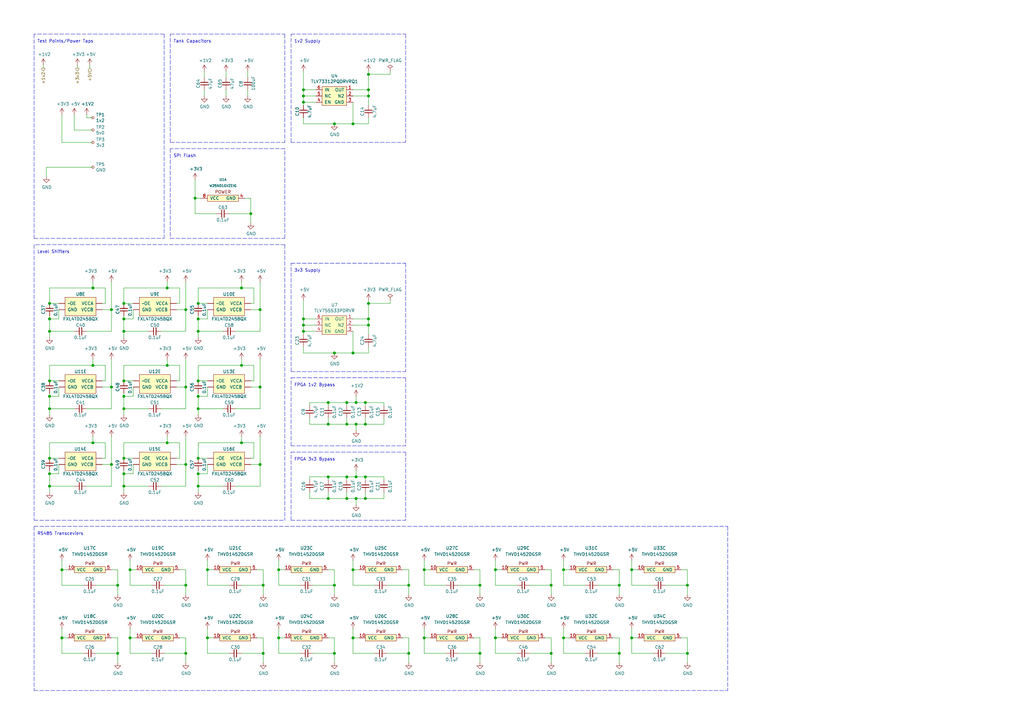
<source format=kicad_sch>
(kicad_sch (version 20210621) (generator eeschema)
  (paper "A3")
  (title_block (date "2021-05-31") (rev "1") (company "Aki"))
  (junction (at 20.32 124.46) (diameter 1.016))
  (junction (at 20.32 130.81) (diameter 1.016))
  (junction (at 20.32 135.89) (diameter 1.016))
  (junction (at 20.32 156.21) (diameter 1.016))
  (junction (at 20.32 162.56) (diameter 1.016))
  (junction (at 20.32 167.64) (diameter 1.016))
  (junction (at 20.32 187.96) (diameter 1.016))
  (junction (at 20.32 194.31) (diameter 1.016))
  (junction (at 20.32 199.39) (diameter 1.016))
  (junction (at 25.4 233.68) (diameter 1.016))
  (junction (at 25.4 261.62) (diameter 1.016))
  (junction (at 38.1 118.11) (diameter 1.016))
  (junction (at 38.1 149.86) (diameter 1.016))
  (junction (at 38.1 181.61) (diameter 1.016))
  (junction (at 45.72 127) (diameter 1.016))
  (junction (at 45.72 158.75) (diameter 1.016))
  (junction (at 45.72 190.5) (diameter 1.016))
  (junction (at 48.26 240.03) (diameter 1.016))
  (junction (at 48.26 267.97) (diameter 1.016))
  (junction (at 50.8 124.46) (diameter 1.016))
  (junction (at 50.8 130.81) (diameter 1.016))
  (junction (at 50.8 135.89) (diameter 1.016))
  (junction (at 50.8 156.21) (diameter 1.016))
  (junction (at 50.8 162.56) (diameter 1.016))
  (junction (at 50.8 167.64) (diameter 1.016))
  (junction (at 50.8 187.96) (diameter 1.016))
  (junction (at 50.8 194.31) (diameter 1.016))
  (junction (at 50.8 199.39) (diameter 1.016))
  (junction (at 53.34 233.68) (diameter 1.016))
  (junction (at 53.34 261.62) (diameter 1.016))
  (junction (at 68.58 118.11) (diameter 1.016))
  (junction (at 68.58 149.86) (diameter 1.016))
  (junction (at 68.58 181.61) (diameter 1.016))
  (junction (at 76.2 127) (diameter 1.016))
  (junction (at 76.2 158.75) (diameter 1.016))
  (junction (at 76.2 190.5) (diameter 1.016))
  (junction (at 76.2 240.03) (diameter 1.016))
  (junction (at 76.2 267.97) (diameter 1.016))
  (junction (at 80.01 81.28) (diameter 1.016))
  (junction (at 81.28 124.46) (diameter 1.016))
  (junction (at 81.28 130.81) (diameter 1.016))
  (junction (at 81.28 135.89) (diameter 1.016))
  (junction (at 81.28 156.21) (diameter 1.016))
  (junction (at 81.28 162.56) (diameter 1.016))
  (junction (at 81.28 167.64) (diameter 1.016))
  (junction (at 81.28 187.96) (diameter 1.016))
  (junction (at 81.28 194.31) (diameter 1.016))
  (junction (at 81.28 199.39) (diameter 1.016))
  (junction (at 85.09 233.68) (diameter 1.016))
  (junction (at 85.09 261.62) (diameter 1.016))
  (junction (at 99.06 118.11) (diameter 1.016))
  (junction (at 99.06 149.86) (diameter 1.016))
  (junction (at 99.06 181.61) (diameter 1.016))
  (junction (at 102.87 87.63) (diameter 1.016))
  (junction (at 106.68 127) (diameter 1.016))
  (junction (at 106.68 158.75) (diameter 1.016))
  (junction (at 106.68 190.5) (diameter 1.016))
  (junction (at 107.95 240.03) (diameter 1.016))
  (junction (at 107.95 267.97) (diameter 1.016))
  (junction (at 114.3 233.68) (diameter 1.016))
  (junction (at 114.3 261.62) (diameter 1.016))
  (junction (at 124.46 36.83) (diameter 1.016))
  (junction (at 124.46 39.37) (diameter 1.016))
  (junction (at 124.46 41.91) (diameter 1.016))
  (junction (at 124.46 130.81) (diameter 1.016))
  (junction (at 124.46 133.35) (diameter 1.016))
  (junction (at 124.46 135.89) (diameter 1.016))
  (junction (at 134.62 165.1) (diameter 1.016))
  (junction (at 134.62 173.99) (diameter 1.016))
  (junction (at 134.62 195.58) (diameter 1.016))
  (junction (at 134.62 204.47) (diameter 1.016))
  (junction (at 137.16 50.8) (diameter 1.016))
  (junction (at 137.16 144.78) (diameter 1.016))
  (junction (at 137.16 240.03) (diameter 1.016))
  (junction (at 137.16 267.97) (diameter 1.016))
  (junction (at 142.24 165.1) (diameter 1.016))
  (junction (at 142.24 173.99) (diameter 1.016))
  (junction (at 142.24 195.58) (diameter 1.016))
  (junction (at 142.24 204.47) (diameter 1.016))
  (junction (at 144.78 50.8) (diameter 1.016))
  (junction (at 144.78 144.78) (diameter 1.016))
  (junction (at 144.78 233.68) (diameter 1.016))
  (junction (at 144.78 261.62) (diameter 1.016))
  (junction (at 146.05 165.1) (diameter 1.016))
  (junction (at 146.05 173.99) (diameter 1.016))
  (junction (at 146.05 195.58) (diameter 1.016))
  (junction (at 146.05 204.47) (diameter 1.016))
  (junction (at 149.86 165.1) (diameter 1.016))
  (junction (at 149.86 173.99) (diameter 1.016))
  (junction (at 149.86 195.58) (diameter 1.016))
  (junction (at 149.86 204.47) (diameter 1.016))
  (junction (at 151.13 30.48) (diameter 1.016))
  (junction (at 151.13 36.83) (diameter 1.016))
  (junction (at 151.13 39.37) (diameter 1.016))
  (junction (at 151.13 124.46) (diameter 1.016))
  (junction (at 151.13 130.81) (diameter 1.016))
  (junction (at 151.13 133.35) (diameter 1.016))
  (junction (at 167.64 240.03) (diameter 1.016))
  (junction (at 167.64 267.97) (diameter 1.016))
  (junction (at 173.99 233.68) (diameter 1.016))
  (junction (at 173.99 261.62) (diameter 1.016))
  (junction (at 196.85 240.03) (diameter 1.016))
  (junction (at 196.85 267.97) (diameter 1.016))
  (junction (at 203.2 233.68) (diameter 1.016))
  (junction (at 203.2 261.62) (diameter 1.016))
  (junction (at 226.06 240.03) (diameter 1.016))
  (junction (at 226.06 267.97) (diameter 1.016))
  (junction (at 231.14 233.68) (diameter 1.016))
  (junction (at 231.14 261.62) (diameter 1.016))
  (junction (at 254 240.03) (diameter 1.016))
  (junction (at 254 267.97) (diameter 1.016))
  (junction (at 259.08 233.68) (diameter 1.016))
  (junction (at 259.08 261.62) (diameter 1.016))
  (junction (at 281.94 240.03) (diameter 1.016))
  (junction (at 281.94 267.97) (diameter 1.016))
  (wire (pts (xy 17.78 27.94) (xy 17.78 26.67)))
  (wire (pts (xy 19.05 68.58) (xy 19.05 72.39)))
  (wire (pts (xy 19.05 68.58) (xy 38.1 68.58)))
  (wire (pts (xy 20.32 118.11) (xy 38.1 118.11)))
  (wire (pts (xy 20.32 124.46) (xy 20.32 118.11)))
  (wire (pts (xy 20.32 130.81) (xy 20.32 129.54)))
  (wire (pts (xy 20.32 135.89) (xy 20.32 130.81)))
  (wire (pts (xy 20.32 135.89) (xy 20.32 138.43)))
  (wire (pts (xy 20.32 149.86) (xy 38.1 149.86)))
  (wire (pts (xy 20.32 156.21) (xy 20.32 149.86)))
  (wire (pts (xy 20.32 162.56) (xy 20.32 161.29)))
  (wire (pts (xy 20.32 167.64) (xy 20.32 162.56)))
  (wire (pts (xy 20.32 167.64) (xy 20.32 170.18)))
  (wire (pts (xy 20.32 181.61) (xy 38.1 181.61)))
  (wire (pts (xy 20.32 187.96) (xy 20.32 181.61)))
  (wire (pts (xy 20.32 194.31) (xy 20.32 193.04)))
  (wire (pts (xy 20.32 199.39) (xy 20.32 194.31)))
  (wire (pts (xy 20.32 199.39) (xy 20.32 201.93)))
  (wire (pts (xy 24.13 124.46) (xy 20.32 124.46)))
  (wire (pts (xy 24.13 127) (xy 24.13 130.81)))
  (wire (pts (xy 24.13 130.81) (xy 20.32 130.81)))
  (wire (pts (xy 24.13 156.21) (xy 20.32 156.21)))
  (wire (pts (xy 24.13 158.75) (xy 24.13 162.56)))
  (wire (pts (xy 24.13 162.56) (xy 20.32 162.56)))
  (wire (pts (xy 24.13 187.96) (xy 20.32 187.96)))
  (wire (pts (xy 24.13 190.5) (xy 24.13 194.31)))
  (wire (pts (xy 24.13 194.31) (xy 20.32 194.31)))
  (wire (pts (xy 25.4 46.99) (xy 25.4 58.42)))
  (wire (pts (xy 25.4 58.42) (xy 38.1 58.42)))
  (wire (pts (xy 25.4 229.87) (xy 25.4 233.68)))
  (wire (pts (xy 25.4 233.68) (xy 25.4 240.03)))
  (wire (pts (xy 25.4 240.03) (xy 34.29 240.03)))
  (wire (pts (xy 25.4 257.81) (xy 25.4 261.62)))
  (wire (pts (xy 25.4 261.62) (xy 25.4 267.97)))
  (wire (pts (xy 25.4 267.97) (xy 34.29 267.97)))
  (wire (pts (xy 27.94 233.68) (xy 25.4 233.68)))
  (wire (pts (xy 27.94 261.62) (xy 25.4 261.62)))
  (wire (pts (xy 30.48 46.99) (xy 30.48 53.34)))
  (wire (pts (xy 30.48 53.34) (xy 38.1 53.34)))
  (wire (pts (xy 30.48 135.89) (xy 20.32 135.89)))
  (wire (pts (xy 30.48 167.64) (xy 20.32 167.64)))
  (wire (pts (xy 30.48 199.39) (xy 20.32 199.39)))
  (wire (pts (xy 31.75 26.67) (xy 31.75 27.94)))
  (wire (pts (xy 35.56 48.26) (xy 35.56 46.99)))
  (wire (pts (xy 35.56 48.26) (xy 38.1 48.26)))
  (wire (pts (xy 35.56 135.89) (xy 45.72 135.89)))
  (wire (pts (xy 35.56 167.64) (xy 45.72 167.64)))
  (wire (pts (xy 35.56 199.39) (xy 45.72 199.39)))
  (wire (pts (xy 36.83 26.67) (xy 36.83 27.94)))
  (wire (pts (xy 38.1 115.57) (xy 38.1 118.11)))
  (wire (pts (xy 38.1 118.11) (xy 43.18 118.11)))
  (wire (pts (xy 38.1 147.32) (xy 38.1 149.86)))
  (wire (pts (xy 38.1 149.86) (xy 43.18 149.86)))
  (wire (pts (xy 38.1 179.07) (xy 38.1 181.61)))
  (wire (pts (xy 38.1 181.61) (xy 43.18 181.61)))
  (wire (pts (xy 39.37 240.03) (xy 48.26 240.03)))
  (wire (pts (xy 39.37 267.97) (xy 48.26 267.97)))
  (wire (pts (xy 43.18 118.11) (xy 43.18 124.46)))
  (wire (pts (xy 43.18 124.46) (xy 41.91 124.46)))
  (wire (pts (xy 43.18 149.86) (xy 43.18 156.21)))
  (wire (pts (xy 43.18 156.21) (xy 41.91 156.21)))
  (wire (pts (xy 43.18 181.61) (xy 43.18 187.96)))
  (wire (pts (xy 43.18 187.96) (xy 41.91 187.96)))
  (wire (pts (xy 45.72 115.57) (xy 45.72 127)))
  (wire (pts (xy 45.72 127) (xy 41.91 127)))
  (wire (pts (xy 45.72 135.89) (xy 45.72 127)))
  (wire (pts (xy 45.72 147.32) (xy 45.72 158.75)))
  (wire (pts (xy 45.72 158.75) (xy 41.91 158.75)))
  (wire (pts (xy 45.72 167.64) (xy 45.72 158.75)))
  (wire (pts (xy 45.72 179.07) (xy 45.72 190.5)))
  (wire (pts (xy 45.72 190.5) (xy 41.91 190.5)))
  (wire (pts (xy 45.72 199.39) (xy 45.72 190.5)))
  (wire (pts (xy 48.26 233.68) (xy 45.72 233.68)))
  (wire (pts (xy 48.26 240.03) (xy 48.26 233.68)))
  (wire (pts (xy 48.26 240.03) (xy 48.26 243.84)))
  (wire (pts (xy 48.26 261.62) (xy 45.72 261.62)))
  (wire (pts (xy 48.26 267.97) (xy 48.26 261.62)))
  (wire (pts (xy 48.26 267.97) (xy 48.26 271.78)))
  (wire (pts (xy 50.8 118.11) (xy 68.58 118.11)))
  (wire (pts (xy 50.8 124.46) (xy 50.8 118.11)))
  (wire (pts (xy 50.8 130.81) (xy 50.8 129.54)))
  (wire (pts (xy 50.8 135.89) (xy 50.8 130.81)))
  (wire (pts (xy 50.8 135.89) (xy 50.8 138.43)))
  (wire (pts (xy 50.8 149.86) (xy 68.58 149.86)))
  (wire (pts (xy 50.8 156.21) (xy 50.8 149.86)))
  (wire (pts (xy 50.8 162.56) (xy 50.8 161.29)))
  (wire (pts (xy 50.8 167.64) (xy 50.8 162.56)))
  (wire (pts (xy 50.8 167.64) (xy 50.8 170.18)))
  (wire (pts (xy 50.8 181.61) (xy 68.58 181.61)))
  (wire (pts (xy 50.8 187.96) (xy 50.8 181.61)))
  (wire (pts (xy 50.8 194.31) (xy 50.8 193.04)))
  (wire (pts (xy 50.8 199.39) (xy 50.8 194.31)))
  (wire (pts (xy 50.8 199.39) (xy 50.8 201.93)))
  (wire (pts (xy 53.34 229.87) (xy 53.34 233.68)))
  (wire (pts (xy 53.34 233.68) (xy 53.34 240.03)))
  (wire (pts (xy 53.34 240.03) (xy 62.23 240.03)))
  (wire (pts (xy 53.34 257.81) (xy 53.34 261.62)))
  (wire (pts (xy 53.34 261.62) (xy 53.34 267.97)))
  (wire (pts (xy 53.34 267.97) (xy 62.23 267.97)))
  (wire (pts (xy 54.61 124.46) (xy 50.8 124.46)))
  (wire (pts (xy 54.61 127) (xy 54.61 130.81)))
  (wire (pts (xy 54.61 130.81) (xy 50.8 130.81)))
  (wire (pts (xy 54.61 156.21) (xy 50.8 156.21)))
  (wire (pts (xy 54.61 158.75) (xy 54.61 162.56)))
  (wire (pts (xy 54.61 162.56) (xy 50.8 162.56)))
  (wire (pts (xy 54.61 187.96) (xy 50.8 187.96)))
  (wire (pts (xy 54.61 190.5) (xy 54.61 194.31)))
  (wire (pts (xy 54.61 194.31) (xy 50.8 194.31)))
  (wire (pts (xy 55.88 233.68) (xy 53.34 233.68)))
  (wire (pts (xy 55.88 261.62) (xy 53.34 261.62)))
  (wire (pts (xy 60.96 135.89) (xy 50.8 135.89)))
  (wire (pts (xy 60.96 167.64) (xy 50.8 167.64)))
  (wire (pts (xy 60.96 199.39) (xy 50.8 199.39)))
  (wire (pts (xy 66.04 135.89) (xy 76.2 135.89)))
  (wire (pts (xy 66.04 167.64) (xy 76.2 167.64)))
  (wire (pts (xy 66.04 199.39) (xy 76.2 199.39)))
  (wire (pts (xy 67.31 240.03) (xy 76.2 240.03)))
  (wire (pts (xy 67.31 267.97) (xy 76.2 267.97)))
  (wire (pts (xy 68.58 115.57) (xy 68.58 118.11)))
  (wire (pts (xy 68.58 118.11) (xy 73.66 118.11)))
  (wire (pts (xy 68.58 147.32) (xy 68.58 149.86)))
  (wire (pts (xy 68.58 149.86) (xy 73.66 149.86)))
  (wire (pts (xy 68.58 179.07) (xy 68.58 181.61)))
  (wire (pts (xy 68.58 181.61) (xy 73.66 181.61)))
  (wire (pts (xy 73.66 118.11) (xy 73.66 124.46)))
  (wire (pts (xy 73.66 124.46) (xy 72.39 124.46)))
  (wire (pts (xy 73.66 149.86) (xy 73.66 156.21)))
  (wire (pts (xy 73.66 156.21) (xy 72.39 156.21)))
  (wire (pts (xy 73.66 181.61) (xy 73.66 187.96)))
  (wire (pts (xy 73.66 187.96) (xy 72.39 187.96)))
  (wire (pts (xy 76.2 115.57) (xy 76.2 127)))
  (wire (pts (xy 76.2 127) (xy 72.39 127)))
  (wire (pts (xy 76.2 135.89) (xy 76.2 127)))
  (wire (pts (xy 76.2 147.32) (xy 76.2 158.75)))
  (wire (pts (xy 76.2 158.75) (xy 72.39 158.75)))
  (wire (pts (xy 76.2 167.64) (xy 76.2 158.75)))
  (wire (pts (xy 76.2 179.07) (xy 76.2 190.5)))
  (wire (pts (xy 76.2 190.5) (xy 72.39 190.5)))
  (wire (pts (xy 76.2 199.39) (xy 76.2 190.5)))
  (wire (pts (xy 76.2 233.68) (xy 73.66 233.68)))
  (wire (pts (xy 76.2 240.03) (xy 76.2 233.68)))
  (wire (pts (xy 76.2 240.03) (xy 76.2 243.84)))
  (wire (pts (xy 76.2 261.62) (xy 73.66 261.62)))
  (wire (pts (xy 76.2 267.97) (xy 76.2 261.62)))
  (wire (pts (xy 76.2 267.97) (xy 76.2 271.78)))
  (wire (pts (xy 80.01 73.66) (xy 80.01 81.28)))
  (wire (pts (xy 80.01 81.28) (xy 82.55 81.28)))
  (wire (pts (xy 80.01 87.63) (xy 80.01 81.28)))
  (wire (pts (xy 80.01 87.63) (xy 88.9 87.63)))
  (wire (pts (xy 81.28 118.11) (xy 99.06 118.11)))
  (wire (pts (xy 81.28 124.46) (xy 81.28 118.11)))
  (wire (pts (xy 81.28 130.81) (xy 81.28 129.54)))
  (wire (pts (xy 81.28 135.89) (xy 81.28 130.81)))
  (wire (pts (xy 81.28 135.89) (xy 81.28 138.43)))
  (wire (pts (xy 81.28 149.86) (xy 99.06 149.86)))
  (wire (pts (xy 81.28 156.21) (xy 81.28 149.86)))
  (wire (pts (xy 81.28 162.56) (xy 81.28 161.29)))
  (wire (pts (xy 81.28 167.64) (xy 81.28 162.56)))
  (wire (pts (xy 81.28 167.64) (xy 81.28 170.18)))
  (wire (pts (xy 81.28 181.61) (xy 99.06 181.61)))
  (wire (pts (xy 81.28 187.96) (xy 81.28 181.61)))
  (wire (pts (xy 81.28 194.31) (xy 81.28 193.04)))
  (wire (pts (xy 81.28 199.39) (xy 81.28 194.31)))
  (wire (pts (xy 81.28 199.39) (xy 81.28 201.93)))
  (wire (pts (xy 83.82 31.75) (xy 83.82 29.21)))
  (wire (pts (xy 83.82 36.83) (xy 83.82 39.37)))
  (wire (pts (xy 85.09 124.46) (xy 81.28 124.46)))
  (wire (pts (xy 85.09 127) (xy 85.09 130.81)))
  (wire (pts (xy 85.09 130.81) (xy 81.28 130.81)))
  (wire (pts (xy 85.09 156.21) (xy 81.28 156.21)))
  (wire (pts (xy 85.09 158.75) (xy 85.09 162.56)))
  (wire (pts (xy 85.09 162.56) (xy 81.28 162.56)))
  (wire (pts (xy 85.09 187.96) (xy 81.28 187.96)))
  (wire (pts (xy 85.09 190.5) (xy 85.09 194.31)))
  (wire (pts (xy 85.09 194.31) (xy 81.28 194.31)))
  (wire (pts (xy 85.09 229.87) (xy 85.09 233.68)))
  (wire (pts (xy 85.09 233.68) (xy 85.09 240.03)))
  (wire (pts (xy 85.09 240.03) (xy 93.98 240.03)))
  (wire (pts (xy 85.09 257.81) (xy 85.09 261.62)))
  (wire (pts (xy 85.09 261.62) (xy 85.09 267.97)))
  (wire (pts (xy 85.09 267.97) (xy 93.98 267.97)))
  (wire (pts (xy 87.63 233.68) (xy 85.09 233.68)))
  (wire (pts (xy 87.63 261.62) (xy 85.09 261.62)))
  (wire (pts (xy 91.44 135.89) (xy 81.28 135.89)))
  (wire (pts (xy 91.44 167.64) (xy 81.28 167.64)))
  (wire (pts (xy 91.44 199.39) (xy 81.28 199.39)))
  (wire (pts (xy 92.71 31.75) (xy 92.71 29.21)))
  (wire (pts (xy 92.71 36.83) (xy 92.71 39.37)))
  (wire (pts (xy 93.98 87.63) (xy 102.87 87.63)))
  (wire (pts (xy 96.52 135.89) (xy 106.68 135.89)))
  (wire (pts (xy 96.52 167.64) (xy 106.68 167.64)))
  (wire (pts (xy 96.52 199.39) (xy 106.68 199.39)))
  (wire (pts (xy 99.06 115.57) (xy 99.06 118.11)))
  (wire (pts (xy 99.06 118.11) (xy 104.14 118.11)))
  (wire (pts (xy 99.06 147.32) (xy 99.06 149.86)))
  (wire (pts (xy 99.06 149.86) (xy 104.14 149.86)))
  (wire (pts (xy 99.06 179.07) (xy 99.06 181.61)))
  (wire (pts (xy 99.06 181.61) (xy 104.14 181.61)))
  (wire (pts (xy 99.06 240.03) (xy 107.95 240.03)))
  (wire (pts (xy 99.06 267.97) (xy 107.95 267.97)))
  (wire (pts (xy 100.33 81.28) (xy 102.87 81.28)))
  (wire (pts (xy 101.6 29.21) (xy 101.6 31.75)))
  (wire (pts (xy 101.6 36.83) (xy 101.6 39.37)))
  (wire (pts (xy 102.87 81.28) (xy 102.87 87.63)))
  (wire (pts (xy 102.87 87.63) (xy 102.87 91.44)))
  (wire (pts (xy 104.14 118.11) (xy 104.14 124.46)))
  (wire (pts (xy 104.14 124.46) (xy 102.87 124.46)))
  (wire (pts (xy 104.14 149.86) (xy 104.14 156.21)))
  (wire (pts (xy 104.14 156.21) (xy 102.87 156.21)))
  (wire (pts (xy 104.14 181.61) (xy 104.14 187.96)))
  (wire (pts (xy 104.14 187.96) (xy 102.87 187.96)))
  (wire (pts (xy 106.68 115.57) (xy 106.68 127)))
  (wire (pts (xy 106.68 127) (xy 102.87 127)))
  (wire (pts (xy 106.68 135.89) (xy 106.68 127)))
  (wire (pts (xy 106.68 147.32) (xy 106.68 158.75)))
  (wire (pts (xy 106.68 158.75) (xy 102.87 158.75)))
  (wire (pts (xy 106.68 167.64) (xy 106.68 158.75)))
  (wire (pts (xy 106.68 179.07) (xy 106.68 190.5)))
  (wire (pts (xy 106.68 190.5) (xy 102.87 190.5)))
  (wire (pts (xy 106.68 199.39) (xy 106.68 190.5)))
  (wire (pts (xy 107.95 233.68) (xy 105.41 233.68)))
  (wire (pts (xy 107.95 240.03) (xy 107.95 233.68)))
  (wire (pts (xy 107.95 240.03) (xy 107.95 243.84)))
  (wire (pts (xy 107.95 261.62) (xy 105.41 261.62)))
  (wire (pts (xy 107.95 267.97) (xy 107.95 261.62)))
  (wire (pts (xy 107.95 267.97) (xy 107.95 271.78)))
  (wire (pts (xy 114.3 229.87) (xy 114.3 233.68)))
  (wire (pts (xy 114.3 233.68) (xy 114.3 240.03)))
  (wire (pts (xy 114.3 240.03) (xy 123.19 240.03)))
  (wire (pts (xy 114.3 257.81) (xy 114.3 261.62)))
  (wire (pts (xy 114.3 261.62) (xy 114.3 267.97)))
  (wire (pts (xy 114.3 267.97) (xy 123.19 267.97)))
  (wire (pts (xy 116.84 233.68) (xy 114.3 233.68)))
  (wire (pts (xy 116.84 261.62) (xy 114.3 261.62)))
  (wire (pts (xy 124.46 36.83) (xy 124.46 29.21)))
  (wire (pts (xy 124.46 39.37) (xy 124.46 36.83)))
  (wire (pts (xy 124.46 41.91) (xy 124.46 39.37)))
  (wire (pts (xy 124.46 43.18) (xy 124.46 41.91)))
  (wire (pts (xy 124.46 48.26) (xy 124.46 50.8)))
  (wire (pts (xy 124.46 50.8) (xy 137.16 50.8)))
  (wire (pts (xy 124.46 130.81) (xy 124.46 123.19)))
  (wire (pts (xy 124.46 133.35) (xy 124.46 130.81)))
  (wire (pts (xy 124.46 135.89) (xy 124.46 133.35)))
  (wire (pts (xy 124.46 137.16) (xy 124.46 135.89)))
  (wire (pts (xy 124.46 142.24) (xy 124.46 144.78)))
  (wire (pts (xy 124.46 144.78) (xy 137.16 144.78)))
  (wire (pts (xy 127 165.1) (xy 134.62 165.1)))
  (wire (pts (xy 127 166.37) (xy 127 165.1)))
  (wire (pts (xy 127 171.45) (xy 127 173.99)))
  (wire (pts (xy 127 173.99) (xy 134.62 173.99)))
  (wire (pts (xy 127 195.58) (xy 134.62 195.58)))
  (wire (pts (xy 127 196.85) (xy 127 195.58)))
  (wire (pts (xy 127 201.93) (xy 127 204.47)))
  (wire (pts (xy 127 204.47) (xy 134.62 204.47)))
  (wire (pts (xy 128.27 240.03) (xy 137.16 240.03)))
  (wire (pts (xy 128.27 267.97) (xy 137.16 267.97)))
  (wire (pts (xy 129.54 36.83) (xy 124.46 36.83)))
  (wire (pts (xy 129.54 39.37) (xy 124.46 39.37)))
  (wire (pts (xy 129.54 41.91) (xy 124.46 41.91)))
  (wire (pts (xy 129.54 130.81) (xy 124.46 130.81)))
  (wire (pts (xy 129.54 133.35) (xy 124.46 133.35)))
  (wire (pts (xy 129.54 135.89) (xy 124.46 135.89)))
  (wire (pts (xy 134.62 165.1) (xy 142.24 165.1)))
  (wire (pts (xy 134.62 166.37) (xy 134.62 165.1)))
  (wire (pts (xy 134.62 171.45) (xy 134.62 173.99)))
  (wire (pts (xy 134.62 173.99) (xy 142.24 173.99)))
  (wire (pts (xy 134.62 195.58) (xy 142.24 195.58)))
  (wire (pts (xy 134.62 196.85) (xy 134.62 195.58)))
  (wire (pts (xy 134.62 201.93) (xy 134.62 204.47)))
  (wire (pts (xy 134.62 204.47) (xy 142.24 204.47)))
  (wire (pts (xy 137.16 233.68) (xy 134.62 233.68)))
  (wire (pts (xy 137.16 240.03) (xy 137.16 233.68)))
  (wire (pts (xy 137.16 240.03) (xy 137.16 243.84)))
  (wire (pts (xy 137.16 261.62) (xy 134.62 261.62)))
  (wire (pts (xy 137.16 267.97) (xy 137.16 261.62)))
  (wire (pts (xy 137.16 267.97) (xy 137.16 271.78)))
  (wire (pts (xy 142.24 165.1) (xy 146.05 165.1)))
  (wire (pts (xy 142.24 166.37) (xy 142.24 165.1)))
  (wire (pts (xy 142.24 171.45) (xy 142.24 173.99)))
  (wire (pts (xy 142.24 173.99) (xy 146.05 173.99)))
  (wire (pts (xy 142.24 195.58) (xy 146.05 195.58)))
  (wire (pts (xy 142.24 196.85) (xy 142.24 195.58)))
  (wire (pts (xy 142.24 201.93) (xy 142.24 204.47)))
  (wire (pts (xy 142.24 204.47) (xy 146.05 204.47)))
  (wire (pts (xy 144.78 36.83) (xy 151.13 36.83)))
  (wire (pts (xy 144.78 39.37) (xy 151.13 39.37)))
  (wire (pts (xy 144.78 41.91) (xy 144.78 50.8)))
  (wire (pts (xy 144.78 50.8) (xy 137.16 50.8)))
  (wire (pts (xy 144.78 130.81) (xy 151.13 130.81)))
  (wire (pts (xy 144.78 133.35) (xy 151.13 133.35)))
  (wire (pts (xy 144.78 135.89) (xy 144.78 144.78)))
  (wire (pts (xy 144.78 144.78) (xy 137.16 144.78)))
  (wire (pts (xy 144.78 229.87) (xy 144.78 233.68)))
  (wire (pts (xy 144.78 233.68) (xy 144.78 240.03)))
  (wire (pts (xy 144.78 240.03) (xy 153.67 240.03)))
  (wire (pts (xy 144.78 257.81) (xy 144.78 261.62)))
  (wire (pts (xy 144.78 261.62) (xy 144.78 267.97)))
  (wire (pts (xy 144.78 267.97) (xy 153.67 267.97)))
  (wire (pts (xy 146.05 165.1) (xy 146.05 162.56)))
  (wire (pts (xy 146.05 165.1) (xy 149.86 165.1)))
  (wire (pts (xy 146.05 173.99) (xy 146.05 176.53)))
  (wire (pts (xy 146.05 173.99) (xy 149.86 173.99)))
  (wire (pts (xy 146.05 195.58) (xy 146.05 193.04)))
  (wire (pts (xy 146.05 195.58) (xy 149.86 195.58)))
  (wire (pts (xy 146.05 204.47) (xy 146.05 207.01)))
  (wire (pts (xy 146.05 204.47) (xy 149.86 204.47)))
  (wire (pts (xy 147.32 233.68) (xy 144.78 233.68)))
  (wire (pts (xy 147.32 261.62) (xy 144.78 261.62)))
  (wire (pts (xy 149.86 165.1) (xy 157.48 165.1)))
  (wire (pts (xy 149.86 166.37) (xy 149.86 165.1)))
  (wire (pts (xy 149.86 171.45) (xy 149.86 173.99)))
  (wire (pts (xy 149.86 173.99) (xy 157.48 173.99)))
  (wire (pts (xy 149.86 195.58) (xy 157.48 195.58)))
  (wire (pts (xy 149.86 196.85) (xy 149.86 195.58)))
  (wire (pts (xy 149.86 201.93) (xy 149.86 204.47)))
  (wire (pts (xy 149.86 204.47) (xy 157.48 204.47)))
  (wire (pts (xy 151.13 30.48) (xy 151.13 29.21)))
  (wire (pts (xy 151.13 36.83) (xy 151.13 30.48)))
  (wire (pts (xy 151.13 39.37) (xy 151.13 36.83)))
  (wire (pts (xy 151.13 43.18) (xy 151.13 39.37)))
  (wire (pts (xy 151.13 48.26) (xy 151.13 50.8)))
  (wire (pts (xy 151.13 50.8) (xy 144.78 50.8)))
  (wire (pts (xy 151.13 124.46) (xy 151.13 123.19)))
  (wire (pts (xy 151.13 130.81) (xy 151.13 124.46)))
  (wire (pts (xy 151.13 133.35) (xy 151.13 130.81)))
  (wire (pts (xy 151.13 137.16) (xy 151.13 133.35)))
  (wire (pts (xy 151.13 142.24) (xy 151.13 144.78)))
  (wire (pts (xy 151.13 144.78) (xy 144.78 144.78)))
  (wire (pts (xy 157.48 166.37) (xy 157.48 165.1)))
  (wire (pts (xy 157.48 171.45) (xy 157.48 173.99)))
  (wire (pts (xy 157.48 196.85) (xy 157.48 195.58)))
  (wire (pts (xy 157.48 201.93) (xy 157.48 204.47)))
  (wire (pts (xy 158.75 240.03) (xy 167.64 240.03)))
  (wire (pts (xy 158.75 267.97) (xy 167.64 267.97)))
  (wire (pts (xy 160.02 29.21) (xy 160.02 30.48)))
  (wire (pts (xy 160.02 30.48) (xy 151.13 30.48)))
  (wire (pts (xy 160.02 123.19) (xy 160.02 124.46)))
  (wire (pts (xy 160.02 124.46) (xy 151.13 124.46)))
  (wire (pts (xy 167.64 233.68) (xy 165.1 233.68)))
  (wire (pts (xy 167.64 240.03) (xy 167.64 233.68)))
  (wire (pts (xy 167.64 240.03) (xy 167.64 243.84)))
  (wire (pts (xy 167.64 261.62) (xy 165.1 261.62)))
  (wire (pts (xy 167.64 267.97) (xy 167.64 261.62)))
  (wire (pts (xy 167.64 267.97) (xy 167.64 271.78)))
  (wire (pts (xy 173.99 229.87) (xy 173.99 233.68)))
  (wire (pts (xy 173.99 233.68) (xy 173.99 240.03)))
  (wire (pts (xy 173.99 240.03) (xy 182.88 240.03)))
  (wire (pts (xy 173.99 257.81) (xy 173.99 261.62)))
  (wire (pts (xy 173.99 261.62) (xy 173.99 267.97)))
  (wire (pts (xy 173.99 267.97) (xy 182.88 267.97)))
  (wire (pts (xy 176.53 233.68) (xy 173.99 233.68)))
  (wire (pts (xy 176.53 261.62) (xy 173.99 261.62)))
  (wire (pts (xy 187.96 240.03) (xy 196.85 240.03)))
  (wire (pts (xy 187.96 267.97) (xy 196.85 267.97)))
  (wire (pts (xy 196.85 233.68) (xy 194.31 233.68)))
  (wire (pts (xy 196.85 240.03) (xy 196.85 233.68)))
  (wire (pts (xy 196.85 240.03) (xy 196.85 243.84)))
  (wire (pts (xy 196.85 261.62) (xy 194.31 261.62)))
  (wire (pts (xy 196.85 267.97) (xy 196.85 261.62)))
  (wire (pts (xy 196.85 267.97) (xy 196.85 271.78)))
  (wire (pts (xy 203.2 229.87) (xy 203.2 233.68)))
  (wire (pts (xy 203.2 233.68) (xy 203.2 240.03)))
  (wire (pts (xy 203.2 240.03) (xy 212.09 240.03)))
  (wire (pts (xy 203.2 257.81) (xy 203.2 261.62)))
  (wire (pts (xy 203.2 261.62) (xy 203.2 267.97)))
  (wire (pts (xy 203.2 267.97) (xy 212.09 267.97)))
  (wire (pts (xy 205.74 233.68) (xy 203.2 233.68)))
  (wire (pts (xy 205.74 261.62) (xy 203.2 261.62)))
  (wire (pts (xy 217.17 240.03) (xy 226.06 240.03)))
  (wire (pts (xy 217.17 267.97) (xy 226.06 267.97)))
  (wire (pts (xy 226.06 233.68) (xy 223.52 233.68)))
  (wire (pts (xy 226.06 240.03) (xy 226.06 233.68)))
  (wire (pts (xy 226.06 240.03) (xy 226.06 243.84)))
  (wire (pts (xy 226.06 261.62) (xy 223.52 261.62)))
  (wire (pts (xy 226.06 267.97) (xy 226.06 261.62)))
  (wire (pts (xy 226.06 267.97) (xy 226.06 271.78)))
  (wire (pts (xy 231.14 229.87) (xy 231.14 233.68)))
  (wire (pts (xy 231.14 233.68) (xy 231.14 240.03)))
  (wire (pts (xy 231.14 240.03) (xy 240.03 240.03)))
  (wire (pts (xy 231.14 257.81) (xy 231.14 261.62)))
  (wire (pts (xy 231.14 261.62) (xy 231.14 267.97)))
  (wire (pts (xy 231.14 267.97) (xy 240.03 267.97)))
  (wire (pts (xy 233.68 233.68) (xy 231.14 233.68)))
  (wire (pts (xy 233.68 261.62) (xy 231.14 261.62)))
  (wire (pts (xy 245.11 240.03) (xy 254 240.03)))
  (wire (pts (xy 245.11 267.97) (xy 254 267.97)))
  (wire (pts (xy 254 233.68) (xy 251.46 233.68)))
  (wire (pts (xy 254 240.03) (xy 254 233.68)))
  (wire (pts (xy 254 240.03) (xy 254 243.84)))
  (wire (pts (xy 254 261.62) (xy 251.46 261.62)))
  (wire (pts (xy 254 267.97) (xy 254 261.62)))
  (wire (pts (xy 254 267.97) (xy 254 271.78)))
  (wire (pts (xy 259.08 229.87) (xy 259.08 233.68)))
  (wire (pts (xy 259.08 233.68) (xy 259.08 240.03)))
  (wire (pts (xy 259.08 240.03) (xy 267.97 240.03)))
  (wire (pts (xy 259.08 257.81) (xy 259.08 261.62)))
  (wire (pts (xy 259.08 261.62) (xy 259.08 267.97)))
  (wire (pts (xy 259.08 267.97) (xy 267.97 267.97)))
  (wire (pts (xy 261.62 233.68) (xy 259.08 233.68)))
  (wire (pts (xy 261.62 261.62) (xy 259.08 261.62)))
  (wire (pts (xy 273.05 240.03) (xy 281.94 240.03)))
  (wire (pts (xy 273.05 267.97) (xy 281.94 267.97)))
  (wire (pts (xy 281.94 233.68) (xy 279.4 233.68)))
  (wire (pts (xy 281.94 240.03) (xy 281.94 233.68)))
  (wire (pts (xy 281.94 240.03) (xy 281.94 243.84)))
  (wire (pts (xy 281.94 261.62) (xy 279.4 261.62)))
  (wire (pts (xy 281.94 267.97) (xy 281.94 261.62)))
  (wire (pts (xy 281.94 267.97) (xy 281.94 271.78)))
  (polyline (pts (xy 13.97 13.97) (xy 13.97 97.79)) (stroke (width 0) (type dash)))
  (polyline (pts (xy 13.97 97.79) (xy 67.31 97.79)) (stroke (width 0) (type dash)))
  (polyline (pts (xy 13.97 100.33) (xy 13.97 213.36)) (stroke (width 0) (type dash)))
  (polyline (pts (xy 13.97 213.36) (xy 116.84 213.36)) (stroke (width 0) (type dash)))
  (polyline (pts (xy 13.97 215.9) (xy 13.97 283.21)) (stroke (width 0) (type dash)))
  (polyline (pts (xy 13.97 215.9) (xy 298.45 215.9)) (stroke (width 0) (type dash)))
  (polyline (pts (xy 13.97 283.21) (xy 298.45 283.21)) (stroke (width 0) (type dash)))
  (polyline (pts (xy 67.31 13.97) (xy 13.97 13.97)) (stroke (width 0) (type dash)))
  (polyline (pts (xy 67.31 13.97) (xy 67.31 97.79)) (stroke (width 0) (type dash)))
  (polyline (pts (xy 69.85 13.97) (xy 116.84 13.97)) (stroke (width 0) (type dash)))
  (polyline (pts (xy 69.85 58.42) (xy 69.85 13.97)) (stroke (width 0) (type dash)))
  (polyline (pts (xy 69.85 58.42) (xy 116.84 58.42)) (stroke (width 0) (type dash)))
  (polyline (pts (xy 69.85 60.96) (xy 69.85 97.79)) (stroke (width 0) (type dash)))
  (polyline (pts (xy 69.85 97.79) (xy 116.84 97.79)) (stroke (width 0) (type dash)))
  (polyline (pts (xy 116.84 13.97) (xy 116.84 58.42)) (stroke (width 0) (type dash)))
  (polyline (pts (xy 116.84 60.96) (xy 69.85 60.96)) (stroke (width 0) (type dash)))
  (polyline (pts (xy 116.84 97.79) (xy 116.84 60.96)) (stroke (width 0) (type dash)))
  (polyline (pts (xy 116.84 100.33) (xy 13.97 100.33)) (stroke (width 0) (type dash)))
  (polyline (pts (xy 116.84 100.33) (xy 116.84 213.36)) (stroke (width 0) (type dash)))
  (polyline (pts (xy 119.38 13.97) (xy 166.37 13.97)) (stroke (width 0) (type dash)))
  (polyline (pts (xy 119.38 58.42) (xy 119.38 13.97)) (stroke (width 0) (type dash)))
  (polyline (pts (xy 119.38 58.42) (xy 166.37 58.42)) (stroke (width 0) (type dash)))
  (polyline (pts (xy 119.38 107.95) (xy 166.37 107.95)) (stroke (width 0) (type dash)))
  (polyline (pts (xy 119.38 152.4) (xy 119.38 107.95)) (stroke (width 0) (type dash)))
  (polyline (pts (xy 119.38 152.4) (xy 166.37 152.4)) (stroke (width 0) (type dash)))
  (polyline (pts (xy 119.38 154.94) (xy 166.37 154.94)) (stroke (width 0) (type dash)))
  (polyline (pts (xy 119.38 182.88) (xy 119.38 154.94)) (stroke (width 0) (type dash)))
  (polyline (pts (xy 119.38 182.88) (xy 166.37 182.88)) (stroke (width 0) (type dash)))
  (polyline (pts (xy 119.38 185.42) (xy 166.37 185.42)) (stroke (width 0) (type dash)))
  (polyline (pts (xy 119.38 213.36) (xy 119.38 185.42)) (stroke (width 0) (type dash)))
  (polyline (pts (xy 119.38 213.36) (xy 166.37 213.36)) (stroke (width 0) (type dash)))
  (polyline (pts (xy 166.37 13.97) (xy 166.37 58.42)) (stroke (width 0) (type dash)))
  (polyline (pts (xy 166.37 107.95) (xy 166.37 152.4)) (stroke (width 0) (type dash)))
  (polyline (pts (xy 166.37 154.94) (xy 166.37 182.88)) (stroke (width 0) (type dash)))
  (polyline (pts (xy 166.37 185.42) (xy 166.37 213.36)) (stroke (width 0) (type dash)))
  (polyline (pts (xy 298.45 215.9) (xy 298.45 283.21)) (stroke (width 0) (type dash)))
  (text "Test Points/Power Taps\n" (at 15.24 17.78 0) (effects (font (size 1.27 1.27)) (justify left bottom)))
  (text "Level Shifters" (at 15.24 104.14 0) (effects (font (size 1.27 1.27)) (justify left bottom)))
  (text "RS485 Transceviers" (at 15.24 219.71 0) (effects (font (size 1.27 1.27)) (justify left bottom)))
  (text "Tank Capacitors" (at 71.12 17.78 0) (effects (font (size 1.27 1.27)) (justify left bottom)))
  (text "SPI Flash" (at 71.12 64.77 0) (effects (font (size 1.27 1.27)) (justify left bottom)))
  (text "1v2 Supply" (at 120.65 17.78 0) (effects (font (size 1.27 1.27)) (justify left bottom)))
  (text "3v3 Supply" (at 120.65 111.76 0) (effects (font (size 1.27 1.27)) (justify left bottom)))
  (text "FPGA 1v2 Bypass" (at 120.65 158.75 0) (effects (font (size 1.27 1.27)) (justify left bottom)))
  (text "FPGA 3v3 Bypass" (at 120.65 189.23 0) (effects (font (size 1.27 1.27)) (justify left bottom)))
  (hierarchical_label "+1v2" (shape output) (at 17.78 27.94 270))
  (hierarchical_label "+3v3" (shape output) (at 31.75 27.94 270))
  (hierarchical_label "+5V" (shape input) (at 36.83 27.94 270))
  (symbol (lib_id "Connector:TestPoint_Small") (at 38.1 48.26 0) (unit 1)
    (property "Reference" "TP1" (at 39.3192 47.0916 0) (effects (justify left)))
    (property "Value" "1v2" (at 39.3192 49.403 0) (effects (justify left)))
    (property "Footprint" "TestPoint:TestPoint_Pad_D1.0mm" (effects hide))
  )
  (symbol (lib_id "Connector:TestPoint_Small") (at 38.1 53.34 0) (unit 1)
    (property "Reference" "TP2" (at 39.3192 52.1716 0) (effects (justify left)))
    (property "Value" "5v0" (at 39.3192 54.483 0) (effects (justify left)))
    (property "Footprint" "TestPoint:TestPoint_Pad_D1.0mm" (effects hide))
  )
  (symbol (lib_id "Connector:TestPoint_Small") (at 38.1 58.42 0) (unit 1)
    (property "Reference" "TP3" (at 39.3192 57.2516 0) (effects (justify left)))
    (property "Value" "3v3" (at 39.3192 59.563 0) (effects (justify left)))
    (property "Footprint" "TestPoint:TestPoint_Pad_D1.0mm" (effects hide))
  )
  (symbol (lib_id "Connector:TestPoint_Small") (at 38.1 68.58 0) (unit 1)
    (property "Reference" "TP5" (at 39.3192 67.4116 0) (effects (justify left)))
    (property "Value" "GND" (at 39.3192 69.723 0) (effects (justify left)))
    (property "Footprint" "TestPoint:TestPoint_Pad_D1.0mm" (effects hide))
  )
  (symbol (lib_id "power:+1V2") (at 17.78 26.67 0) (unit 1)
    (property "Reference" "#PWR0115" (effects hide))
    (property "Value" "+1V2" (at 18.161 22.2758 0))
  )
  (symbol (lib_id "power:+3V3") (at 25.4 46.99 0) (unit 1)
    (property "Reference" "#PWR0121" (effects hide))
    (property "Value" "+3V3" (at 25.781 42.5958 0))
  )
  (symbol (lib_id "power:+5V") (at 25.4 229.87 0) (unit 1)
    (property "Reference" "#PWR0194" (effects hide))
    (property "Value" "+5V" (at 25.781 225.4758 0))
  )
  (symbol (lib_id "power:+5V") (at 25.4 257.81 0) (unit 1)
    (property "Reference" "#PWR0193" (effects hide))
    (property "Value" "+5V" (at 25.781 253.4158 0))
  )
  (symbol (lib_id "power:+5V") (at 30.48 46.99 0) (unit 1)
    (property "Reference" "#PWR0122" (effects hide))
    (property "Value" "+5V" (at 30.861 42.5958 0))
  )
  (symbol (lib_id "power:+3V3") (at 31.75 26.67 0) (unit 1)
    (property "Reference" "#PWR0117" (effects hide))
    (property "Value" "+3V3" (at 32.131 22.2758 0))
  )
  (symbol (lib_id "power:+1V2") (at 35.56 46.99 0) (unit 1)
    (property "Reference" "#PWR0123" (effects hide))
    (property "Value" "+1V2" (at 35.941 42.5958 0))
  )
  (symbol (lib_id "power:+5V") (at 36.83 26.67 0) (unit 1)
    (property "Reference" "#PWR0118" (effects hide))
    (property "Value" "+5V" (at 37.211 22.2758 0))
  )
  (symbol (lib_id "power:+3V3") (at 38.1 115.57 0) (unit 1)
    (property "Reference" "#PWR0215" (effects hide))
    (property "Value" "+3V3" (at 37.211 111.1758 0))
  )
  (symbol (lib_id "power:+3V3") (at 38.1 147.32 0) (unit 1)
    (property "Reference" "#PWR0182" (effects hide))
    (property "Value" "+3V3" (at 37.211 142.9258 0))
  )
  (symbol (lib_id "power:+3V3") (at 38.1 179.07 0) (unit 1)
    (property "Reference" "#PWR0180" (effects hide))
    (property "Value" "+3V3" (at 37.211 174.6758 0))
  )
  (symbol (lib_id "power:+5V") (at 45.72 115.57 0) (unit 1)
    (property "Reference" "#PWR0216" (effects hide))
    (property "Value" "+5V" (at 46.101 111.1758 0))
  )
  (symbol (lib_id "power:+5V") (at 45.72 147.32 0) (unit 1)
    (property "Reference" "#PWR0181" (effects hide))
    (property "Value" "+5V" (at 46.101 142.9258 0))
  )
  (symbol (lib_id "power:+5V") (at 45.72 179.07 0) (unit 1)
    (property "Reference" "#PWR0159" (effects hide))
    (property "Value" "+5V" (at 46.101 174.6758 0))
  )
  (symbol (lib_id "power:+5V") (at 53.34 229.87 0) (unit 1)
    (property "Reference" "#PWR0203" (effects hide))
    (property "Value" "+5V" (at 53.721 225.4758 0))
  )
  (symbol (lib_id "power:+5V") (at 53.34 257.81 0) (unit 1)
    (property "Reference" "#PWR0196" (effects hide))
    (property "Value" "+5V" (at 53.721 253.4158 0))
  )
  (symbol (lib_id "power:+3V3") (at 68.58 115.57 0) (unit 1)
    (property "Reference" "#PWR0214" (effects hide))
    (property "Value" "+3V3" (at 67.691 111.1758 0))
  )
  (symbol (lib_id "power:+3V3") (at 68.58 147.32 0) (unit 1)
    (property "Reference" "#PWR0212" (effects hide))
    (property "Value" "+3V3" (at 67.691 142.9258 0))
  )
  (symbol (lib_id "power:+3V3") (at 68.58 179.07 0) (unit 1)
    (property "Reference" "#PWR0163" (effects hide))
    (property "Value" "+3V3" (at 67.691 174.6758 0))
  )
  (symbol (lib_id "power:+5V") (at 76.2 115.57 0) (unit 1)
    (property "Reference" "#PWR0220" (effects hide))
    (property "Value" "+5V" (at 76.581 111.1758 0))
  )
  (symbol (lib_id "power:+5V") (at 76.2 147.32 0) (unit 1)
    (property "Reference" "#PWR0217" (effects hide))
    (property "Value" "+5V" (at 76.581 142.9258 0))
  )
  (symbol (lib_id "power:+5V") (at 76.2 179.07 0) (unit 1)
    (property "Reference" "#PWR0170" (effects hide))
    (property "Value" "+5V" (at 76.581 174.6758 0))
  )
  (symbol (lib_id "power:+3V3") (at 80.01 73.66 0) (unit 1)
    (property "Reference" "#PWR0225" (effects hide))
    (property "Value" "+3V3" (at 80.391 69.2658 0))
  )
  (symbol (lib_id "power:+1V2") (at 83.82 29.21 0) (unit 1)
    (property "Reference" "#PWR0227" (effects hide))
    (property "Value" "+1V2" (at 84.201 24.8158 0))
  )
  (symbol (lib_id "power:+5V") (at 85.09 229.87 0) (unit 1)
    (property "Reference" "#PWR0209" (effects hide))
    (property "Value" "+5V" (at 85.471 225.4758 0))
  )
  (symbol (lib_id "power:+5V") (at 85.09 257.81 0) (unit 1)
    (property "Reference" "#PWR0192" (effects hide))
    (property "Value" "+5V" (at 85.471 253.4158 0))
  )
  (symbol (lib_id "power:+3V3") (at 92.71 29.21 0) (unit 1)
    (property "Reference" "#PWR0228" (effects hide))
    (property "Value" "+3V3" (at 93.091 24.8158 0))
  )
  (symbol (lib_id "power:+3V3") (at 99.06 115.57 0) (unit 1)
    (property "Reference" "#PWR0221" (effects hide))
    (property "Value" "+3V3" (at 98.171 111.1758 0))
  )
  (symbol (lib_id "power:+3V3") (at 99.06 147.32 0) (unit 1)
    (property "Reference" "#PWR0210" (effects hide))
    (property "Value" "+3V3" (at 98.171 142.9258 0))
  )
  (symbol (lib_id "power:+3V3") (at 99.06 179.07 0) (unit 1)
    (property "Reference" "#PWR0172" (effects hide))
    (property "Value" "+3V3" (at 98.171 174.6758 0))
  )
  (symbol (lib_id "power:+5V") (at 101.6 29.21 0) (unit 1)
    (property "Reference" "#PWR0135" (effects hide))
    (property "Value" "+5V" (at 101.981 24.8158 0))
  )
  (symbol (lib_id "power:+5V") (at 106.68 115.57 0) (unit 1)
    (property "Reference" "#PWR0222" (effects hide))
    (property "Value" "+5V" (at 107.061 111.1758 0))
  )
  (symbol (lib_id "power:+5V") (at 106.68 147.32 0) (unit 1)
    (property "Reference" "#PWR0219" (effects hide))
    (property "Value" "+5V" (at 107.061 142.9258 0))
  )
  (symbol (lib_id "power:+5V") (at 106.68 179.07 0) (unit 1)
    (property "Reference" "#PWR0171" (effects hide))
    (property "Value" "+5V" (at 107.061 174.6758 0))
  )
  (symbol (lib_id "power:+5V") (at 114.3 229.87 0) (unit 1)
    (property "Reference" "#PWR0208" (effects hide))
    (property "Value" "+5V" (at 114.681 225.4758 0))
  )
  (symbol (lib_id "power:+5V") (at 114.3 257.81 0) (unit 1)
    (property "Reference" "#PWR0195" (effects hide))
    (property "Value" "+5V" (at 114.681 253.4158 0))
  )
  (symbol (lib_id "power:+5V") (at 124.46 29.21 0) (unit 1)
    (property "Reference" "#PWR0119" (effects hide))
    (property "Value" "+5V" (at 124.841 24.8158 0))
  )
  (symbol (lib_id "power:+5V") (at 124.46 123.19 0) (unit 1)
    (property "Reference" "#PWR0138" (effects hide))
    (property "Value" "+5V" (at 124.841 118.7958 0))
  )
  (symbol (lib_id "power:+5V") (at 144.78 229.87 0) (unit 1)
    (property "Reference" "#PWR0173" (effects hide))
    (property "Value" "+5V" (at 145.161 225.4758 0))
  )
  (symbol (lib_id "power:+5V") (at 144.78 257.81 0) (unit 1)
    (property "Reference" "#PWR0184" (effects hide))
    (property "Value" "+5V" (at 145.161 253.4158 0))
  )
  (symbol (lib_id "power:+1V2") (at 146.05 162.56 0) (unit 1)
    (property "Reference" "#PWR0134" (effects hide))
    (property "Value" "+1V2" (at 146.431 158.1658 0))
  )
  (symbol (lib_id "power:+3V3") (at 146.05 193.04 0) (unit 1)
    (property "Reference" "#PWR0128" (effects hide))
    (property "Value" "+3V3" (at 146.431 188.6458 0))
  )
  (symbol (lib_id "power:+1V2") (at 151.13 29.21 0) (unit 1)
    (property "Reference" "#PWR0131" (effects hide))
    (property "Value" "+1V2" (at 151.511 24.8158 0))
  )
  (symbol (lib_id "power:+3V3") (at 151.13 123.19 0) (unit 1)
    (property "Reference" "#PWR0126" (effects hide))
    (property "Value" "+3V3" (at 151.511 118.7958 0))
  )
  (symbol (lib_id "power:+5V") (at 173.99 229.87 0) (unit 1)
    (property "Reference" "#PWR0176" (effects hide))
    (property "Value" "+5V" (at 174.371 225.4758 0))
  )
  (symbol (lib_id "power:+5V") (at 173.99 257.81 0) (unit 1)
    (property "Reference" "#PWR0148" (effects hide))
    (property "Value" "+5V" (at 174.371 253.4158 0))
  )
  (symbol (lib_id "power:+5V") (at 203.2 229.87 0) (unit 1)
    (property "Reference" "#PWR0144" (effects hide))
    (property "Value" "+5V" (at 203.581 225.4758 0))
  )
  (symbol (lib_id "power:+5V") (at 203.2 257.81 0) (unit 1)
    (property "Reference" "#PWR0174" (effects hide))
    (property "Value" "+5V" (at 203.581 253.4158 0))
  )
  (symbol (lib_id "power:+5V") (at 231.14 229.87 0) (unit 1)
    (property "Reference" "#PWR0145" (effects hide))
    (property "Value" "+5V" (at 231.521 225.4758 0))
  )
  (symbol (lib_id "power:+5V") (at 231.14 257.81 0) (unit 1)
    (property "Reference" "#PWR0146" (effects hide))
    (property "Value" "+5V" (at 231.521 253.4158 0))
  )
  (symbol (lib_id "power:+5V") (at 259.08 229.87 0) (unit 1)
    (property "Reference" "#PWR0157" (effects hide))
    (property "Value" "+5V" (at 259.461 225.4758 0))
  )
  (symbol (lib_id "power:+5V") (at 259.08 257.81 0) (unit 1)
    (property "Reference" "#PWR0158" (effects hide))
    (property "Value" "+5V" (at 259.461 253.4158 0))
  )
  (symbol (lib_id "power:PWR_FLAG") (at 160.02 29.21 0) (unit 1)
    (property "Reference" "#FLG0103" (effects hide))
    (property "Value" "PWR_FLAG" (at 160.02 24.8158 0))
  )
  (symbol (lib_id "power:PWR_FLAG") (at 160.02 123.19 0) (unit 1)
    (property "Reference" "#FLG0102" (effects hide))
    (property "Value" "PWR_FLAG" (at 160.02 118.7958 0))
  )
  (symbol (lib_id "power:GND") (at 19.05 72.39 0) (unit 1)
    (property "Reference" "#PWR0120" (effects hide))
    (property "Value" "GND" (at 19.177 76.7842 0))
  )
  (symbol (lib_id "power:GND") (at 20.32 138.43 0) (unit 1)
    (property "Reference" "#PWR0224" (effects hide))
    (property "Value" "GND" (at 20.447 142.8242 0))
  )
  (symbol (lib_id "power:GND") (at 20.32 170.18 0) (unit 1)
    (property "Reference" "#PWR0179" (effects hide))
    (property "Value" "GND" (at 20.447 174.5742 0))
  )
  (symbol (lib_id "power:GND") (at 20.32 201.93 0) (unit 1)
    (property "Reference" "#PWR0178" (effects hide))
    (property "Value" "GND" (at 20.447 206.3242 0))
  )
  (symbol (lib_id "power:GND") (at 48.26 243.84 0) (unit 1)
    (property "Reference" "#PWR0204" (effects hide))
    (property "Value" "GND" (at 48.387 248.2342 0))
  )
  (symbol (lib_id "power:GND") (at 48.26 271.78 0) (unit 1)
    (property "Reference" "#PWR0187" (effects hide))
    (property "Value" "GND" (at 48.387 276.1742 0))
  )
  (symbol (lib_id "power:GND") (at 50.8 138.43 0) (unit 1)
    (property "Reference" "#PWR0223" (effects hide))
    (property "Value" "GND" (at 50.927 142.8242 0))
  )
  (symbol (lib_id "power:GND") (at 50.8 170.18 0) (unit 1)
    (property "Reference" "#PWR0213" (effects hide))
    (property "Value" "GND" (at 50.927 174.5742 0))
  )
  (symbol (lib_id "power:GND") (at 50.8 201.93 0) (unit 1)
    (property "Reference" "#PWR0161" (effects hide))
    (property "Value" "GND" (at 50.927 206.3242 0))
  )
  (symbol (lib_id "power:GND") (at 76.2 243.84 0) (unit 1)
    (property "Reference" "#PWR0205" (effects hide))
    (property "Value" "GND" (at 76.327 248.2342 0))
  )
  (symbol (lib_id "power:GND") (at 76.2 271.78 0) (unit 1)
    (property "Reference" "#PWR0188" (effects hide))
    (property "Value" "GND" (at 76.327 276.1742 0))
  )
  (symbol (lib_id "power:GND") (at 81.28 138.43 0) (unit 1)
    (property "Reference" "#PWR0218" (effects hide))
    (property "Value" "GND" (at 81.407 142.8242 0))
  )
  (symbol (lib_id "power:GND") (at 81.28 170.18 0) (unit 1)
    (property "Reference" "#PWR0211" (effects hide))
    (property "Value" "GND" (at 81.407 174.5742 0))
  )
  (symbol (lib_id "power:GND") (at 81.28 201.93 0) (unit 1)
    (property "Reference" "#PWR0162" (effects hide))
    (property "Value" "GND" (at 81.407 206.3242 0))
  )
  (symbol (lib_id "power:GND") (at 83.82 39.37 0) (unit 1)
    (property "Reference" "#PWR0229" (effects hide))
    (property "Value" "GND" (at 83.947 43.7642 0))
  )
  (symbol (lib_id "power:GND") (at 92.71 39.37 0) (unit 1)
    (property "Reference" "#PWR0230" (effects hide))
    (property "Value" "GND" (at 92.837 43.7642 0))
  )
  (symbol (lib_id "power:GND") (at 101.6 39.37 0) (unit 1)
    (property "Reference" "#PWR0136" (effects hide))
    (property "Value" "GND" (at 101.727 43.7642 0))
  )
  (symbol (lib_id "power:GND") (at 102.87 91.44 0) (unit 1)
    (property "Reference" "#PWR0226" (effects hide))
    (property "Value" "GND" (at 102.997 95.8342 0))
  )
  (symbol (lib_id "power:GND") (at 107.95 243.84 0) (unit 1)
    (property "Reference" "#PWR0206" (effects hide))
    (property "Value" "GND" (at 108.077 248.2342 0))
  )
  (symbol (lib_id "power:GND") (at 107.95 271.78 0) (unit 1)
    (property "Reference" "#PWR0207" (effects hide))
    (property "Value" "GND" (at 108.077 276.1742 0))
  )
  (symbol (lib_id "power:GND") (at 137.16 50.8 0) (unit 1)
    (property "Reference" "#PWR0130" (effects hide))
    (property "Value" "GND" (at 137.287 55.1942 0))
  )
  (symbol (lib_id "power:GND") (at 137.16 144.78 0) (unit 1)
    (property "Reference" "#PWR0125" (effects hide))
    (property "Value" "GND" (at 137.287 149.1742 0))
  )
  (symbol (lib_id "power:GND") (at 137.16 243.84 0) (unit 1)
    (property "Reference" "#PWR0186" (effects hide))
    (property "Value" "GND" (at 137.287 248.2342 0))
  )
  (symbol (lib_id "power:GND") (at 137.16 271.78 0) (unit 1)
    (property "Reference" "#PWR0183" (effects hide))
    (property "Value" "GND" (at 137.287 276.1742 0))
  )
  (symbol (lib_id "power:GND") (at 146.05 176.53 0) (unit 1)
    (property "Reference" "#PWR0132" (effects hide))
    (property "Value" "GND" (at 146.177 180.9242 0))
  )
  (symbol (lib_id "power:GND") (at 146.05 207.01 0) (unit 1)
    (property "Reference" "#PWR0127" (effects hide))
    (property "Value" "GND" (at 146.177 211.4042 0))
  )
  (symbol (lib_id "power:GND") (at 167.64 243.84 0) (unit 1)
    (property "Reference" "#PWR0177" (effects hide))
    (property "Value" "GND" (at 167.767 248.2342 0))
  )
  (symbol (lib_id "power:GND") (at 167.64 271.78 0) (unit 1)
    (property "Reference" "#PWR0185" (effects hide))
    (property "Value" "GND" (at 167.767 276.1742 0))
  )
  (symbol (lib_id "power:GND") (at 196.85 243.84 0) (unit 1)
    (property "Reference" "#PWR0147" (effects hide))
    (property "Value" "GND" (at 196.977 248.2342 0))
  )
  (symbol (lib_id "power:GND") (at 196.85 271.78 0) (unit 1)
    (property "Reference" "#PWR0175" (effects hide))
    (property "Value" "GND" (at 196.977 276.1742 0))
  )
  (symbol (lib_id "power:GND") (at 226.06 243.84 0) (unit 1)
    (property "Reference" "#PWR0155" (effects hide))
    (property "Value" "GND" (at 226.187 248.2342 0))
  )
  (symbol (lib_id "power:GND") (at 226.06 271.78 0) (unit 1)
    (property "Reference" "#PWR0150" (effects hide))
    (property "Value" "GND" (at 226.187 276.1742 0))
  )
  (symbol (lib_id "power:GND") (at 254 243.84 0) (unit 1)
    (property "Reference" "#PWR0156" (effects hide))
    (property "Value" "GND" (at 254.127 248.2342 0))
  )
  (symbol (lib_id "power:GND") (at 254 271.78 0) (unit 1)
    (property "Reference" "#PWR0151" (effects hide))
    (property "Value" "GND" (at 254.127 276.1742 0))
  )
  (symbol (lib_id "power:GND") (at 281.94 243.84 0) (unit 1)
    (property "Reference" "#PWR0154" (effects hide))
    (property "Value" "GND" (at 282.067 248.2342 0))
  )
  (symbol (lib_id "power:GND") (at 281.94 271.78 0) (unit 1)
    (property "Reference" "#PWR0153" (effects hide))
    (property "Value" "GND" (at 282.067 276.1742 0))
  )
  (symbol (lib_id "Device:C_Small") (at 20.32 127 180) (unit 1)
    (property "Reference" "C37" (at 17.78 127 90))
    (property "Value" "0.1uF" (at 22.86 127 90))
    (property "Footprint" "Capacitor_SMD:C_0603_1608Metric" (effects hide))
    (property "MFR" "KEMET" (effects hide))
    (property "MPN" "C0402C104M8PACTU" (effects hide))
  )
  (symbol (lib_id "Device:C_Small") (at 20.32 158.75 180) (unit 1)
    (property "Reference" "C38" (at 17.78 158.75 90))
    (property "Value" "0.1uF" (at 22.86 158.75 90))
    (property "Footprint" "Capacitor_SMD:C_0603_1608Metric" (effects hide))
    (property "MFR" "KEMET" (effects hide))
    (property "MPN" "C0402C104M8PACTU" (effects hide))
  )
  (symbol (lib_id "Device:C_Small") (at 20.32 190.5 180) (unit 1)
    (property "Reference" "C39" (at 17.78 190.5 90))
    (property "Value" "0.1uF" (at 22.86 190.5 90))
    (property "Footprint" "Capacitor_SMD:C_0603_1608Metric" (effects hide))
    (property "MFR" "KEMET" (effects hide))
    (property "MPN" "C0402C104M8PACTU" (effects hide))
  )
  (symbol (lib_id "Device:C_Small") (at 33.02 135.89 90) (unit 1)
    (property "Reference" "C40" (at 33.02 133.35 90))
    (property "Value" "0.1uF" (at 33.02 138.43 90))
    (property "Footprint" "Capacitor_SMD:C_0603_1608Metric" (effects hide))
    (property "MFR" "KEMET" (effects hide))
    (property "MPN" "C0402C104M8PACTU" (effects hide))
  )
  (symbol (lib_id "Device:C_Small") (at 33.02 167.64 90) (unit 1)
    (property "Reference" "C41" (at 33.02 165.1 90))
    (property "Value" "0.1uF" (at 33.02 170.18 90))
    (property "Footprint" "Capacitor_SMD:C_0603_1608Metric" (effects hide))
    (property "MFR" "KEMET" (effects hide))
    (property "MPN" "C0402C104M8PACTU" (effects hide))
  )
  (symbol (lib_id "Device:C_Small") (at 33.02 199.39 90) (unit 1)
    (property "Reference" "C44" (at 33.02 196.85 90))
    (property "Value" "0.1uF" (at 33.02 201.93 90))
    (property "Footprint" "Capacitor_SMD:C_0603_1608Metric" (effects hide))
    (property "MFR" "KEMET" (effects hide))
    (property "MPN" "C0402C104M8PACTU" (effects hide))
  )
  (symbol (lib_id "Device:C_Small") (at 36.83 240.03 90) (unit 1)
    (property "Reference" "C25" (at 36.83 237.49 90))
    (property "Value" "0.1uF" (at 36.83 242.57 90))
    (property "Footprint" "Capacitor_SMD:C_0603_1608Metric" (effects hide))
    (property "MFR" "KEMET" (effects hide))
    (property "MPN" "C0402C104M8PACTU" (effects hide))
  )
  (symbol (lib_id "Device:C_Small") (at 36.83 267.97 90) (unit 1)
    (property "Reference" "C26" (at 36.83 265.43 90))
    (property "Value" "0.1uF" (at 36.83 270.51 90))
    (property "Footprint" "Capacitor_SMD:C_0603_1608Metric" (effects hide))
    (property "MFR" "KEMET" (effects hide))
    (property "MPN" "C0402C104M8PACTU" (effects hide))
  )
  (symbol (lib_id "Device:C_Small") (at 50.8 127 180) (unit 1)
    (property "Reference" "C47" (at 48.26 127 90))
    (property "Value" "0.1uF" (at 53.34 127 90))
    (property "Footprint" "Capacitor_SMD:C_0603_1608Metric" (effects hide))
    (property "MFR" "KEMET" (effects hide))
    (property "MPN" "C0402C104M8PACTU" (effects hide))
  )
  (symbol (lib_id "Device:C_Small") (at 50.8 158.75 180) (unit 1)
    (property "Reference" "C48" (at 48.26 158.75 90))
    (property "Value" "0.1uF" (at 53.34 158.75 90))
    (property "Footprint" "Capacitor_SMD:C_0603_1608Metric" (effects hide))
    (property "MFR" "KEMET" (effects hide))
    (property "MPN" "C0402C104M8PACTU" (effects hide))
  )
  (symbol (lib_id "Device:C_Small") (at 50.8 190.5 180) (unit 1)
    (property "Reference" "C49" (at 48.26 190.5 90))
    (property "Value" "0.1uF" (at 53.34 190.5 90))
    (property "Footprint" "Capacitor_SMD:C_0603_1608Metric" (effects hide))
    (property "MFR" "KEMET" (effects hide))
    (property "MPN" "C0402C104M8PACTU" (effects hide))
  )
  (symbol (lib_id "Device:C_Small") (at 63.5 135.89 90) (unit 1)
    (property "Reference" "C50" (at 63.5 133.35 90))
    (property "Value" "0.1uF" (at 63.5 138.43 90))
    (property "Footprint" "Capacitor_SMD:C_0603_1608Metric" (effects hide))
    (property "MFR" "KEMET" (effects hide))
    (property "MPN" "C0402C104M8PACTU" (effects hide))
  )
  (symbol (lib_id "Device:C_Small") (at 63.5 167.64 90) (unit 1)
    (property "Reference" "C51" (at 63.5 165.1 90))
    (property "Value" "0.1uF" (at 63.5 170.18 90))
    (property "Footprint" "Capacitor_SMD:C_0603_1608Metric" (effects hide))
    (property "MFR" "KEMET" (effects hide))
    (property "MPN" "C0402C104M8PACTU" (effects hide))
  )
  (symbol (lib_id "Device:C_Small") (at 63.5 199.39 90) (unit 1)
    (property "Reference" "C52" (at 63.5 196.85 90))
    (property "Value" "0.1uF" (at 63.5 201.93 90))
    (property "Footprint" "Capacitor_SMD:C_0603_1608Metric" (effects hide))
    (property "MFR" "KEMET" (effects hide))
    (property "MPN" "C0402C104M8PACTU" (effects hide))
  )
  (symbol (lib_id "Device:C_Small") (at 64.77 240.03 90) (unit 1)
    (property "Reference" "C27" (at 64.77 237.49 90))
    (property "Value" "0.1uF" (at 64.77 242.57 90))
    (property "Footprint" "Capacitor_SMD:C_0603_1608Metric" (effects hide))
    (property "MFR" "KEMET" (effects hide))
    (property "MPN" "C0402C104M8PACTU" (effects hide))
  )
  (symbol (lib_id "Device:C_Small") (at 64.77 267.97 90) (unit 1)
    (property "Reference" "C28" (at 64.77 265.43 90))
    (property "Value" "0.1uF" (at 64.77 270.51 90))
    (property "Footprint" "Capacitor_SMD:C_0603_1608Metric" (effects hide))
    (property "MFR" "KEMET" (effects hide))
    (property "MPN" "C0402C104M8PACTU" (effects hide))
  )
  (symbol (lib_id "Device:C_Small") (at 81.28 127 180) (unit 1)
    (property "Reference" "C55" (at 78.74 127 90))
    (property "Value" "0.1uF" (at 83.82 127 90))
    (property "Footprint" "Capacitor_SMD:C_0603_1608Metric" (effects hide))
    (property "MFR" "KEMET" (effects hide))
    (property "MPN" "C0402C104M8PACTU" (effects hide))
  )
  (symbol (lib_id "Device:C_Small") (at 81.28 158.75 180) (unit 1)
    (property "Reference" "C56" (at 78.74 158.75 90))
    (property "Value" "0.1uF" (at 83.82 158.75 90))
    (property "Footprint" "Capacitor_SMD:C_0603_1608Metric" (effects hide))
    (property "MFR" "KEMET" (effects hide))
    (property "MPN" "C0402C104M8PACTU" (effects hide))
  )
  (symbol (lib_id "Device:C_Small") (at 81.28 190.5 180) (unit 1)
    (property "Reference" "C57" (at 78.74 190.5 90))
    (property "Value" "0.1uF" (at 83.82 190.5 90))
    (property "Footprint" "Capacitor_SMD:C_0603_1608Metric" (effects hide))
    (property "MFR" "KEMET" (effects hide))
    (property "MPN" "C0402C104M8PACTU" (effects hide))
  )
  (symbol (lib_id "Device:C_Small") (at 83.82 34.29 180) (unit 1)
    (property "Reference" "C64" (at 81.28 34.29 90))
    (property "Value" "47uF" (at 86.36 34.29 90))
    (property "Footprint" "Capacitor_SMD:C_1210_3225Metric" (effects hide))
  )
  (symbol (lib_id "Device:C_Small") (at 91.44 87.63 90) (unit 1)
    (property "Reference" "C63" (at 91.44 85.09 90))
    (property "Value" "0.1uF" (at 91.44 90.17 90))
    (property "Footprint" "Capacitor_SMD:C_0603_1608Metric" (effects hide))
    (property "MFR" "KEMET" (effects hide))
    (property "MPN" "C0402C104M8PACTU" (effects hide))
  )
  (symbol (lib_id "Device:C_Small") (at 92.71 34.29 180) (unit 1)
    (property "Reference" "C65" (at 90.17 34.29 90))
    (property "Value" "47uF" (at 95.25 34.29 90))
    (property "Footprint" "Capacitor_SMD:C_1210_3225Metric" (effects hide))
  )
  (symbol (lib_id "Device:C_Small") (at 93.98 135.89 90) (unit 1)
    (property "Reference" "C58" (at 93.98 133.35 90))
    (property "Value" "0.1uF" (at 93.98 138.43 90))
    (property "Footprint" "Capacitor_SMD:C_0603_1608Metric" (effects hide))
    (property "MFR" "KEMET" (effects hide))
    (property "MPN" "C0402C104M8PACTU" (effects hide))
  )
  (symbol (lib_id "Device:C_Small") (at 93.98 167.64 90) (unit 1)
    (property "Reference" "C59" (at 93.98 165.1 90))
    (property "Value" "0.1uF" (at 93.98 170.18 90))
    (property "Footprint" "Capacitor_SMD:C_0603_1608Metric" (effects hide))
    (property "MFR" "KEMET" (effects hide))
    (property "MPN" "C0402C104M8PACTU" (effects hide))
  )
  (symbol (lib_id "Device:C_Small") (at 93.98 199.39 90) (unit 1)
    (property "Reference" "C60" (at 93.98 196.85 90))
    (property "Value" "0.1uF" (at 93.98 201.93 90))
    (property "Footprint" "Capacitor_SMD:C_0603_1608Metric" (effects hide))
    (property "MFR" "KEMET" (effects hide))
    (property "MPN" "C0402C104M8PACTU" (effects hide))
  )
  (symbol (lib_id "Device:C_Small") (at 96.52 240.03 90) (unit 1)
    (property "Reference" "C29" (at 96.52 237.49 90))
    (property "Value" "0.1uF" (at 96.52 242.57 90))
    (property "Footprint" "Capacitor_SMD:C_0603_1608Metric" (effects hide))
    (property "MFR" "KEMET" (effects hide))
    (property "MPN" "C0402C104M8PACTU" (effects hide))
  )
  (symbol (lib_id "Device:C_Small") (at 96.52 267.97 90) (unit 1)
    (property "Reference" "C30" (at 96.52 265.43 90))
    (property "Value" "0.1uF" (at 96.52 270.51 90))
    (property "Footprint" "Capacitor_SMD:C_0603_1608Metric" (effects hide))
    (property "MFR" "KEMET" (effects hide))
    (property "MPN" "C0402C104M8PACTU" (effects hide))
  )
  (symbol (lib_id "Device:C_Small") (at 101.6 34.29 0) (unit 1)
    (property "Reference" "C8" (at 98.8568 34.3916 90))
    (property "Value" "100uF" (at 103.9368 34.163 90))
    (property "Footprint" "Capacitor_SMD:C_1210_3225Metric" (effects hide))
    (property "MFR" "KEMET" (effects hide))
    (property "MPN" "C1210C107M4PAC7800" (effects hide))
  )
  (symbol (lib_id "Device:C_Small") (at 124.46 45.72 180) (unit 1)
    (property "Reference" "C10" (at 121.92 45.72 90))
    (property "Value" "4.7uF" (at 127 45.72 90))
    (property "Footprint" "Capacitor_SMD:C_0603_1608Metric" (effects hide))
    (property "MFR" "KEMET" (effects hide))
    (property "MPN" "C0603C475K8PACTU" (effects hide))
  )
  (symbol (lib_id "Device:C_Small") (at 124.46 139.7 180) (unit 1)
    (property "Reference" "C23" (at 121.92 139.7 90))
    (property "Value" "4.7uF" (at 127 139.7 90))
    (property "Footprint" "Capacitor_SMD:C_0603_1608Metric" (effects hide))
    (property "MFR" "KEMET" (effects hide))
    (property "MPN" "C0603C475K8PACTU" (effects hide))
  )
  (symbol (lib_id "Device:C_Small") (at 125.73 240.03 90) (unit 1)
    (property "Reference" "C31" (at 125.73 237.49 90))
    (property "Value" "0.1uF" (at 125.73 242.57 90))
    (property "Footprint" "Capacitor_SMD:C_0603_1608Metric" (effects hide))
    (property "MFR" "KEMET" (effects hide))
    (property "MPN" "C0402C104M8PACTU" (effects hide))
  )
  (symbol (lib_id "Device:C_Small") (at 125.73 267.97 90) (unit 1)
    (property "Reference" "C32" (at 125.73 265.43 90))
    (property "Value" "0.1uF" (at 125.73 270.51 90))
    (property "Footprint" "Capacitor_SMD:C_0603_1608Metric" (effects hide))
    (property "MFR" "KEMET" (effects hide))
    (property "MPN" "C0402C104M8PACTU" (effects hide))
  )
  (symbol (lib_id "Device:C_Small") (at 127 168.91 180) (unit 1)
    (property "Reference" "C9" (at 124.46 168.91 90))
    (property "Value" "4.7uF" (at 129.54 168.91 90))
    (property "Footprint" "Capacitor_SMD:C_0603_1608Metric" (effects hide))
    (property "MFR" "KEMET" (effects hide))
    (property "MPN" "C0603C475K8PACTU" (effects hide))
  )
  (symbol (lib_id "Device:C_Small") (at 127 199.39 180) (unit 1)
    (property "Reference" "C16" (at 124.46 199.39 90))
    (property "Value" "4.7uF" (at 129.54 199.39 90))
    (property "Footprint" "Capacitor_SMD:C_0603_1608Metric" (effects hide))
    (property "MFR" "KEMET" (effects hide))
    (property "MPN" "C0603C475K8PACTU" (effects hide))
  )
  (symbol (lib_id "Device:C_Small") (at 134.62 168.91 180) (unit 1)
    (property "Reference" "C11" (at 132.08 168.91 90))
    (property "Value" "0.1uF" (at 137.16 168.91 90))
    (property "Footprint" "Capacitor_SMD:C_0402_1005Metric" (effects hide))
    (property "MFR" "KEMET" (effects hide))
    (property "MPN" "C0402C104M8PACTU" (effects hide))
  )
  (symbol (lib_id "Device:C_Small") (at 134.62 199.39 180) (unit 1)
    (property "Reference" "C17" (at 132.08 199.39 90))
    (property "Value" "0.1uF" (at 137.16 199.39 90))
    (property "Footprint" "Capacitor_SMD:C_0402_1005Metric" (effects hide))
    (property "MFR" "KEMET" (effects hide))
    (property "MPN" "C0402C104M8PACTU" (effects hide))
  )
  (symbol (lib_id "Device:C_Small") (at 142.24 168.91 180) (unit 1)
    (property "Reference" "C12" (at 139.7 168.91 90))
    (property "Value" "0.1uF" (at 144.78 168.91 90))
    (property "Footprint" "Capacitor_SMD:C_0402_1005Metric" (effects hide))
    (property "MFR" "KEMET" (effects hide))
    (property "MPN" "C0402C104M8PACTU" (effects hide))
  )
  (symbol (lib_id "Device:C_Small") (at 142.24 199.39 180) (unit 1)
    (property "Reference" "C19" (at 139.7 199.39 90))
    (property "Value" "0.1uF" (at 144.78 199.39 90))
    (property "Footprint" "Capacitor_SMD:C_0402_1005Metric" (effects hide))
    (property "MFR" "KEMET" (effects hide))
    (property "MPN" "C0402C104M8PACTU" (effects hide))
  )
  (symbol (lib_id "Device:C_Small") (at 149.86 168.91 180) (unit 1)
    (property "Reference" "C13" (at 147.32 168.91 90))
    (property "Value" "0.1uF" (at 152.4 168.91 90))
    (property "Footprint" "Capacitor_SMD:C_0402_1005Metric" (effects hide))
    (property "MFR" "KEMET" (effects hide))
    (property "MPN" "C0402C104M8PACTU" (effects hide))
  )
  (symbol (lib_id "Device:C_Small") (at 149.86 199.39 180) (unit 1)
    (property "Reference" "C20" (at 147.32 199.39 90))
    (property "Value" "0.1uF" (at 152.4 199.39 90))
    (property "Footprint" "Capacitor_SMD:C_0402_1005Metric" (effects hide))
    (property "MFR" "KEMET" (effects hide))
    (property "MPN" "C0402C104M8PACTU" (effects hide))
  )
  (symbol (lib_id "Device:C_Small") (at 151.13 45.72 180) (unit 1)
    (property "Reference" "C14" (at 148.59 45.72 90))
    (property "Value" "4.7uF" (at 153.67 45.72 90))
    (property "Footprint" "Capacitor_SMD:C_0603_1608Metric" (effects hide))
    (property "MFR" "KEMET" (effects hide))
    (property "MPN" "C0603C475K8PACTU" (effects hide))
  )
  (symbol (lib_id "Device:C_Small") (at 151.13 139.7 180) (unit 1)
    (property "Reference" "C24" (at 148.59 139.7 90))
    (property "Value" "4.7uF" (at 153.67 139.7 90))
    (property "Footprint" "Capacitor_SMD:C_0603_1608Metric" (effects hide))
    (property "MFR" "KEMET" (effects hide))
    (property "MPN" "C0603C475K8PACTU" (effects hide))
  )
  (symbol (lib_id "Device:C_Small") (at 156.21 240.03 90) (unit 1)
    (property "Reference" "C33" (at 156.21 237.49 90))
    (property "Value" "0.1uF" (at 156.21 242.57 90))
    (property "Footprint" "Capacitor_SMD:C_0603_1608Metric" (effects hide))
    (property "MFR" "KEMET" (effects hide))
    (property "MPN" "C0402C104M8PACTU" (effects hide))
  )
  (symbol (lib_id "Device:C_Small") (at 156.21 267.97 90) (unit 1)
    (property "Reference" "C34" (at 156.21 265.43 90))
    (property "Value" "0.1uF" (at 156.21 270.51 90))
    (property "Footprint" "Capacitor_SMD:C_0603_1608Metric" (effects hide))
    (property "MFR" "KEMET" (effects hide))
    (property "MPN" "C0402C104M8PACTU" (effects hide))
  )
  (symbol (lib_id "Device:C_Small") (at 157.48 168.91 180) (unit 1)
    (property "Reference" "C15" (at 154.94 168.91 90))
    (property "Value" "0.1uF" (at 160.02 168.91 90))
    (property "Footprint" "Capacitor_SMD:C_0402_1005Metric" (effects hide))
    (property "MFR" "KEMET" (effects hide))
    (property "MPN" "C0402C104M8PACTU" (effects hide))
  )
  (symbol (lib_id "Device:C_Small") (at 157.48 199.39 180) (unit 1)
    (property "Reference" "C21" (at 154.94 199.39 90))
    (property "Value" "0.1uF" (at 160.02 199.39 90))
    (property "Footprint" "Capacitor_SMD:C_0402_1005Metric" (effects hide))
    (property "MFR" "KEMET" (effects hide))
    (property "MPN" "C0402C104M8PACTU" (effects hide))
  )
  (symbol (lib_id "Device:C_Small") (at 185.42 240.03 90) (unit 1)
    (property "Reference" "C35" (at 185.42 237.49 90))
    (property "Value" "0.1uF" (at 185.42 242.57 90))
    (property "Footprint" "Capacitor_SMD:C_0603_1608Metric" (effects hide))
    (property "MFR" "KEMET" (effects hide))
    (property "MPN" "C0402C104M8PACTU" (effects hide))
  )
  (symbol (lib_id "Device:C_Small") (at 185.42 267.97 90) (unit 1)
    (property "Reference" "C36" (at 185.42 265.43 90))
    (property "Value" "0.1uF" (at 185.42 270.51 90))
    (property "Footprint" "Capacitor_SMD:C_0603_1608Metric" (effects hide))
    (property "MFR" "KEMET" (effects hide))
    (property "MPN" "C0402C104M8PACTU" (effects hide))
  )
  (symbol (lib_id "Device:C_Small") (at 214.63 240.03 90) (unit 1)
    (property "Reference" "C45" (at 214.63 237.49 90))
    (property "Value" "0.1uF" (at 214.63 242.57 90))
    (property "Footprint" "Capacitor_SMD:C_0603_1608Metric" (effects hide))
    (property "MFR" "KEMET" (effects hide))
    (property "MPN" "C0402C104M8PACTU" (effects hide))
  )
  (symbol (lib_id "Device:C_Small") (at 214.63 267.97 90) (unit 1)
    (property "Reference" "C46" (at 214.63 265.43 90))
    (property "Value" "0.1uF" (at 214.63 270.51 90))
    (property "Footprint" "Capacitor_SMD:C_0603_1608Metric" (effects hide))
    (property "MFR" "KEMET" (effects hide))
    (property "MPN" "C0402C104M8PACTU" (effects hide))
  )
  (symbol (lib_id "Device:C_Small") (at 242.57 240.03 90) (unit 1)
    (property "Reference" "C53" (at 242.57 237.49 90))
    (property "Value" "0.1uF" (at 242.57 242.57 90))
    (property "Footprint" "Capacitor_SMD:C_0603_1608Metric" (effects hide))
    (property "MFR" "KEMET" (effects hide))
    (property "MPN" "C0402C104M8PACTU" (effects hide))
  )
  (symbol (lib_id "Device:C_Small") (at 242.57 267.97 90) (unit 1)
    (property "Reference" "C54" (at 242.57 265.43 90))
    (property "Value" "0.1uF" (at 242.57 270.51 90))
    (property "Footprint" "Capacitor_SMD:C_0603_1608Metric" (effects hide))
    (property "MFR" "KEMET" (effects hide))
    (property "MPN" "C0402C104M8PACTU" (effects hide))
  )
  (symbol (lib_id "Device:C_Small") (at 270.51 240.03 90) (unit 1)
    (property "Reference" "C61" (at 270.51 237.49 90))
    (property "Value" "0.1uF" (at 270.51 242.57 90))
    (property "Footprint" "Capacitor_SMD:C_0603_1608Metric" (effects hide))
    (property "MFR" "KEMET" (effects hide))
    (property "MPN" "C0402C104M8PACTU" (effects hide))
  )
  (symbol (lib_id "Device:C_Small") (at 270.51 267.97 90) (unit 1)
    (property "Reference" "C62" (at 270.51 265.43 90))
    (property "Value" "0.1uF" (at 270.51 270.51 90))
    (property "Footprint" "Capacitor_SMD:C_0603_1608Metric" (effects hide))
    (property "MFR" "KEMET" (effects hide))
    (property "MPN" "C0402C104M8PACTU" (effects hide))
  )
  (symbol (lib_id "lethalbit:THVD1452DGSR") (at 36.83 233.68 0) (unit 3)
    (property "Reference" "U17" (at 36.83 224.79 0))
    (property "Value" "THVD1452DGSR" (at 36.83 227.33 0))
    (property "Footprint" "Package_SO:VSSOP-10_3x3mm_P0.5mm" (effects hide))
    (property "Datasheet" "https://www.ti.com/lit/ds/symlink/thvd1410.pdf?HQS=TI-null-null-digikeymode-df-pf-null-wwe&ts=1594256188624" (effects hide))
    (property "MFR" "Texas Instruments" (effects hide))
    (property "MPN" "THVD1452DGSR" (effects hide))
  )
  (symbol (lib_id "lethalbit:THVD1452DGSR") (at 36.83 261.62 0) (unit 3)
    (property "Reference" "U18" (at 36.83 252.73 0))
    (property "Value" "THVD1452DGSR" (at 36.83 255.27 0))
    (property "Footprint" "Package_SO:VSSOP-10_3x3mm_P0.5mm" (effects hide))
    (property "Datasheet" "https://www.ti.com/lit/ds/symlink/thvd1410.pdf?HQS=TI-null-null-digikeymode-df-pf-null-wwe&ts=1594256188624" (effects hide))
    (property "MFR" "Texas Instruments" (effects hide))
    (property "MPN" "THVD1452DGSR" (effects hide))
  )
  (symbol (lib_id "lethalbit:THVD1452DGSR") (at 64.77 233.68 0) (unit 3)
    (property "Reference" "U19" (at 64.77 224.79 0))
    (property "Value" "THVD1452DGSR" (at 64.77 227.33 0))
    (property "Footprint" "Package_SO:VSSOP-10_3x3mm_P0.5mm" (effects hide))
    (property "Datasheet" "https://www.ti.com/lit/ds/symlink/thvd1410.pdf?HQS=TI-null-null-digikeymode-df-pf-null-wwe&ts=1594256188624" (effects hide))
    (property "MFR" "Texas Instruments" (effects hide))
    (property "MPN" "THVD1452DGSR" (effects hide))
  )
  (symbol (lib_id "lethalbit:THVD1452DGSR") (at 64.77 261.62 0) (unit 3)
    (property "Reference" "U20" (at 64.77 252.73 0))
    (property "Value" "THVD1452DGSR" (at 64.77 255.27 0))
    (property "Footprint" "Package_SO:VSSOP-10_3x3mm_P0.5mm" (effects hide))
    (property "Datasheet" "https://www.ti.com/lit/ds/symlink/thvd1410.pdf?HQS=TI-null-null-digikeymode-df-pf-null-wwe&ts=1594256188624" (effects hide))
    (property "MFR" "Texas Instruments" (effects hide))
    (property "MPN" "THVD1452DGSR" (effects hide))
  )
  (symbol (lib_id "lethalbit-memory:W25N01GVZEIG") (at 91.44 80.01 0) (unit 1)
    (property "Reference" "U1" (at 91.44 73.66 0) (effects (font (size 0.9906 0.9906))))
    (property "Value" "W25N01GVZEIG" (at 91.44 76.2 0) (effects (font (size 0.9906 0.9906))))
    (property "Footprint" "lethalbit-memory:WSON-8-1EP-6.0x8.0mm" (effects hide))
    (property "Datasheet" "https://www.winbond.com/resource-files/w25n01gv%20revl%20050918%20unsecured.pdf" (effects hide))
  )
  (symbol (lib_id "lethalbit:THVD1452DGSR") (at 96.52 233.68 0) (unit 3)
    (property "Reference" "U21" (at 96.52 224.79 0))
    (property "Value" "THVD1452DGSR" (at 96.52 227.33 0))
    (property "Footprint" "Package_SO:VSSOP-10_3x3mm_P0.5mm" (effects hide))
    (property "Datasheet" "https://www.ti.com/lit/ds/symlink/thvd1410.pdf?HQS=TI-null-null-digikeymode-df-pf-null-wwe&ts=1594256188624" (effects hide))
    (property "MFR" "Texas Instruments" (effects hide))
    (property "MPN" "THVD1452DGSR" (effects hide))
  )
  (symbol (lib_id "lethalbit:THVD1452DGSR") (at 96.52 261.62 0) (unit 3)
    (property "Reference" "U22" (at 96.52 252.73 0))
    (property "Value" "THVD1452DGSR" (at 96.52 255.27 0))
    (property "Footprint" "Package_SO:VSSOP-10_3x3mm_P0.5mm" (effects hide))
    (property "Datasheet" "https://www.ti.com/lit/ds/symlink/thvd1410.pdf?HQS=TI-null-null-digikeymode-df-pf-null-wwe&ts=1594256188624" (effects hide))
    (property "MFR" "Texas Instruments" (effects hide))
    (property "MPN" "THVD1452DGSR" (effects hide))
  )
  (symbol (lib_id "lethalbit:THVD1452DGSR") (at 125.73 233.68 0) (unit 3)
    (property "Reference" "U23" (at 125.73 224.79 0))
    (property "Value" "THVD1452DGSR" (at 125.73 227.33 0))
    (property "Footprint" "Package_SO:VSSOP-10_3x3mm_P0.5mm" (effects hide))
    (property "Datasheet" "https://www.ti.com/lit/ds/symlink/thvd1410.pdf?HQS=TI-null-null-digikeymode-df-pf-null-wwe&ts=1594256188624" (effects hide))
    (property "MFR" "Texas Instruments" (effects hide))
    (property "MPN" "THVD1452DGSR" (effects hide))
  )
  (symbol (lib_id "lethalbit:THVD1452DGSR") (at 125.73 261.62 0) (unit 3)
    (property "Reference" "U24" (at 125.73 252.73 0))
    (property "Value" "THVD1452DGSR" (at 125.73 255.27 0))
    (property "Footprint" "Package_SO:VSSOP-10_3x3mm_P0.5mm" (effects hide))
    (property "Datasheet" "https://www.ti.com/lit/ds/symlink/thvd1410.pdf?HQS=TI-null-null-digikeymode-df-pf-null-wwe&ts=1594256188624" (effects hide))
    (property "MFR" "Texas Instruments" (effects hide))
    (property "MPN" "THVD1452DGSR" (effects hide))
  )
  (symbol (lib_id "lethalbit:THVD1452DGSR") (at 156.21 233.68 0) (unit 3)
    (property "Reference" "U25" (at 156.21 224.79 0))
    (property "Value" "THVD1452DGSR" (at 156.21 227.33 0))
    (property "Footprint" "Package_SO:VSSOP-10_3x3mm_P0.5mm" (effects hide))
    (property "Datasheet" "https://www.ti.com/lit/ds/symlink/thvd1410.pdf?HQS=TI-null-null-digikeymode-df-pf-null-wwe&ts=1594256188624" (effects hide))
    (property "MFR" "Texas Instruments" (effects hide))
    (property "MPN" "THVD1452DGSR" (effects hide))
  )
  (symbol (lib_id "lethalbit:THVD1452DGSR") (at 156.21 261.62 0) (unit 3)
    (property "Reference" "U26" (at 156.21 252.73 0))
    (property "Value" "THVD1452DGSR" (at 156.21 255.27 0))
    (property "Footprint" "Package_SO:VSSOP-10_3x3mm_P0.5mm" (effects hide))
    (property "Datasheet" "https://www.ti.com/lit/ds/symlink/thvd1410.pdf?HQS=TI-null-null-digikeymode-df-pf-null-wwe&ts=1594256188624" (effects hide))
    (property "MFR" "Texas Instruments" (effects hide))
    (property "MPN" "THVD1452DGSR" (effects hide))
  )
  (symbol (lib_id "lethalbit:THVD1452DGSR") (at 185.42 233.68 0) (unit 3)
    (property "Reference" "U27" (at 185.42 224.79 0))
    (property "Value" "THVD1452DGSR" (at 185.42 227.33 0))
    (property "Footprint" "Package_SO:VSSOP-10_3x3mm_P0.5mm" (effects hide))
    (property "Datasheet" "https://www.ti.com/lit/ds/symlink/thvd1410.pdf?HQS=TI-null-null-digikeymode-df-pf-null-wwe&ts=1594256188624" (effects hide))
    (property "MFR" "Texas Instruments" (effects hide))
    (property "MPN" "THVD1452DGSR" (effects hide))
  )
  (symbol (lib_id "lethalbit:THVD1452DGSR") (at 185.42 261.62 0) (unit 3)
    (property "Reference" "U28" (at 185.42 252.73 0))
    (property "Value" "THVD1452DGSR" (at 185.42 255.27 0))
    (property "Footprint" "Package_SO:VSSOP-10_3x3mm_P0.5mm" (effects hide))
    (property "Datasheet" "https://www.ti.com/lit/ds/symlink/thvd1410.pdf?HQS=TI-null-null-digikeymode-df-pf-null-wwe&ts=1594256188624" (effects hide))
    (property "MFR" "Texas Instruments" (effects hide))
    (property "MPN" "THVD1452DGSR" (effects hide))
  )
  (symbol (lib_id "lethalbit:THVD1452DGSR") (at 214.63 233.68 0) (unit 3)
    (property "Reference" "U29" (at 214.63 224.79 0))
    (property "Value" "THVD1452DGSR" (at 214.63 227.33 0))
    (property "Footprint" "Package_SO:VSSOP-10_3x3mm_P0.5mm" (effects hide))
    (property "Datasheet" "https://www.ti.com/lit/ds/symlink/thvd1410.pdf?HQS=TI-null-null-digikeymode-df-pf-null-wwe&ts=1594256188624" (effects hide))
    (property "MFR" "Texas Instruments" (effects hide))
    (property "MPN" "THVD1452DGSR" (effects hide))
  )
  (symbol (lib_id "lethalbit:THVD1452DGSR") (at 214.63 261.62 0) (unit 3)
    (property "Reference" "U30" (at 214.63 252.73 0))
    (property "Value" "THVD1452DGSR" (at 214.63 255.27 0))
    (property "Footprint" "Package_SO:VSSOP-10_3x3mm_P0.5mm" (effects hide))
    (property "Datasheet" "https://www.ti.com/lit/ds/symlink/thvd1410.pdf?HQS=TI-null-null-digikeymode-df-pf-null-wwe&ts=1594256188624" (effects hide))
    (property "MFR" "Texas Instruments" (effects hide))
    (property "MPN" "THVD1452DGSR" (effects hide))
  )
  (symbol (lib_id "lethalbit:THVD1452DGSR") (at 242.57 233.68 0) (unit 3)
    (property "Reference" "U31" (at 242.57 224.79 0))
    (property "Value" "THVD1452DGSR" (at 242.57 227.33 0))
    (property "Footprint" "Package_SO:VSSOP-10_3x3mm_P0.5mm" (effects hide))
    (property "Datasheet" "https://www.ti.com/lit/ds/symlink/thvd1410.pdf?HQS=TI-null-null-digikeymode-df-pf-null-wwe&ts=1594256188624" (effects hide))
    (property "MFR" "Texas Instruments" (effects hide))
    (property "MPN" "THVD1452DGSR" (effects hide))
  )
  (symbol (lib_id "lethalbit:THVD1452DGSR") (at 242.57 261.62 0) (unit 3)
    (property "Reference" "U32" (at 242.57 252.73 0))
    (property "Value" "THVD1452DGSR" (at 242.57 255.27 0))
    (property "Footprint" "Package_SO:VSSOP-10_3x3mm_P0.5mm" (effects hide))
    (property "Datasheet" "https://www.ti.com/lit/ds/symlink/thvd1410.pdf?HQS=TI-null-null-digikeymode-df-pf-null-wwe&ts=1594256188624" (effects hide))
    (property "MFR" "Texas Instruments" (effects hide))
    (property "MPN" "THVD1452DGSR" (effects hide))
  )
  (symbol (lib_id "lethalbit:THVD1452DGSR") (at 270.51 233.68 0) (unit 3)
    (property "Reference" "U33" (at 270.51 224.79 0))
    (property "Value" "THVD1452DGSR" (at 270.51 227.33 0))
    (property "Footprint" "Package_SO:VSSOP-10_3x3mm_P0.5mm" (effects hide))
    (property "Datasheet" "https://www.ti.com/lit/ds/symlink/thvd1410.pdf?HQS=TI-null-null-digikeymode-df-pf-null-wwe&ts=1594256188624" (effects hide))
    (property "MFR" "Texas Instruments" (effects hide))
    (property "MPN" "THVD1452DGSR" (effects hide))
  )
  (symbol (lib_id "lethalbit:THVD1452DGSR") (at 270.51 261.62 0) (unit 3)
    (property "Reference" "U34" (at 270.51 252.73 0))
    (property "Value" "THVD1452DGSR" (at 270.51 255.27 0))
    (property "Footprint" "Package_SO:VSSOP-10_3x3mm_P0.5mm" (effects hide))
    (property "Datasheet" "https://www.ti.com/lit/ds/symlink/thvd1410.pdf?HQS=TI-null-null-digikeymode-df-pf-null-wwe&ts=1594256188624" (effects hide))
    (property "MFR" "Texas Instruments" (effects hide))
    (property "MPN" "THVD1452DGSR" (effects hide))
  )
  (symbol (lib_id "lethalbit:TLV73312PQDRVRQ1") (at 137.16 39.37 0) (unit 1)
    (property "Reference" "U4" (at 137.16 31.115 0))
    (property "Value" "TLV73312PQDRVRQ1" (at 137.16 33.4264 0))
    (property "Footprint" "Package_DFN_QFN:DFN-6-1EP_2x2mm_P0.65mm_EP1x1.6mm" (effects hide))
    (property "Datasheet" "http://www.ti.com/lit/ds/symlink/tlv755p.pdf" (effects hide))
    (property "MFR" "Texas Instruments" (effects hide))
    (property "MPN" "TLV73312PQDRVRQ1" (effects hide))
  )
  (symbol (lib_id "lethalbit:TLV755533PDRVR") (at 137.16 133.35 0) (unit 1)
    (property "Reference" "U7" (at 137.16 125.095 0))
    (property "Value" "TLV755533PDRVR" (at 137.16 127.4064 0))
    (property "Footprint" "Package_DFN_QFN:DFN-6-1EP_2x2mm_P0.65mm_EP1x1.6mm" (effects hide))
    (property "Datasheet" "http://www.ti.com/lit/ds/symlink/tlv733p-q1.pdf" (effects hide))
    (property "MFR" "Texas Instruments" (effects hide))
    (property "MPN" "TLV75533PDRVR" (effects hide))
  )
  (symbol (lib_id "lethalbit:FXL4TD245BQX") (at 33.02 125.73 0) (unit 5)
    (property "Reference" "U8" (at 33.02 120.65 0))
    (property "Value" "FXL4TD245BQX" (at 33.02 130.81 0))
    (property "Footprint" "DX-MON:DQFN16_1EP_2.5x3.5mm_P0.5mm" (effects hide))
    (property "Datasheet" "https://www.farnell.com/datasheets/2298347.pdf" (effects hide))
    (property "MFR" "ON Semi" (effects hide))
    (property "MPN" "FXL4TD245BQX‎" (effects hide))
  )
  (symbol (lib_id "lethalbit:FXL4TD245BQX") (at 33.02 157.48 0) (unit 5)
    (property "Reference" "U11" (at 33.02 152.4 0))
    (property "Value" "FXL4TD245BQX" (at 33.02 162.56 0))
    (property "Footprint" "DX-MON:DQFN16_1EP_2.5x3.5mm_P0.5mm" (effects hide))
    (property "Datasheet" "https://www.farnell.com/datasheets/2298347.pdf" (effects hide))
    (property "MFR" "ON Semi" (effects hide))
    (property "MPN" "FXL4TD245BQX‎" (effects hide))
  )
  (symbol (lib_id "lethalbit:FXL4TD245BQX") (at 33.02 189.23 0) (unit 5)
    (property "Reference" "U14" (at 33.02 184.15 0))
    (property "Value" "FXL4TD245BQX" (at 33.02 194.31 0))
    (property "Footprint" "DX-MON:DQFN16_1EP_2.5x3.5mm_P0.5mm" (effects hide))
    (property "Datasheet" "https://www.farnell.com/datasheets/2298347.pdf" (effects hide))
    (property "MFR" "ON Semi" (effects hide))
    (property "MPN" "FXL4TD245BQX‎" (effects hide))
  )
  (symbol (lib_id "lethalbit:FXL4TD245BQX") (at 63.5 125.73 0) (unit 5)
    (property "Reference" "U9" (at 63.5 120.65 0))
    (property "Value" "FXL4TD245BQX" (at 63.5 130.81 0))
    (property "Footprint" "DX-MON:DQFN16_1EP_2.5x3.5mm_P0.5mm" (effects hide))
    (property "Datasheet" "https://www.farnell.com/datasheets/2298347.pdf" (effects hide))
    (property "MFR" "ON Semi" (effects hide))
    (property "MPN" "FXL4TD245BQX‎" (effects hide))
  )
  (symbol (lib_id "lethalbit:FXL4TD245BQX") (at 63.5 157.48 0) (unit 5)
    (property "Reference" "U12" (at 63.5 152.4 0))
    (property "Value" "FXL4TD245BQX" (at 63.5 162.56 0))
    (property "Footprint" "DX-MON:DQFN16_1EP_2.5x3.5mm_P0.5mm" (effects hide))
    (property "Datasheet" "https://www.farnell.com/datasheets/2298347.pdf" (effects hide))
    (property "MFR" "ON Semi" (effects hide))
    (property "MPN" "FXL4TD245BQX‎" (effects hide))
  )
  (symbol (lib_id "lethalbit:FXL4TD245BQX") (at 63.5 189.23 0) (unit 5)
    (property "Reference" "U15" (at 63.5 184.15 0))
    (property "Value" "FXL4TD245BQX" (at 63.5 194.31 0))
    (property "Footprint" "DX-MON:DQFN16_1EP_2.5x3.5mm_P0.5mm" (effects hide))
    (property "Datasheet" "https://www.farnell.com/datasheets/2298347.pdf" (effects hide))
    (property "MFR" "ON Semi" (effects hide))
    (property "MPN" "FXL4TD245BQX‎" (effects hide))
  )
  (symbol (lib_id "lethalbit:FXL4TD245BQX") (at 93.98 125.73 0) (unit 5)
    (property "Reference" "U10" (at 93.98 120.65 0))
    (property "Value" "FXL4TD245BQX" (at 93.98 130.81 0))
    (property "Footprint" "DX-MON:DQFN16_1EP_2.5x3.5mm_P0.5mm" (effects hide))
    (property "Datasheet" "https://www.farnell.com/datasheets/2298347.pdf" (effects hide))
    (property "MFR" "ON Semi" (effects hide))
    (property "MPN" "FXL4TD245BQX‎" (effects hide))
  )
  (symbol (lib_id "lethalbit:FXL4TD245BQX") (at 93.98 157.48 0) (unit 5)
    (property "Reference" "U13" (at 93.98 152.4 0))
    (property "Value" "FXL4TD245BQX" (at 93.98 162.56 0))
    (property "Footprint" "DX-MON:DQFN16_1EP_2.5x3.5mm_P0.5mm" (effects hide))
    (property "Datasheet" "https://www.farnell.com/datasheets/2298347.pdf" (effects hide))
    (property "MFR" "ON Semi" (effects hide))
    (property "MPN" "FXL4TD245BQX‎" (effects hide))
  )
  (symbol (lib_id "lethalbit:FXL4TD245BQX") (at 93.98 189.23 0) (unit 5)
    (property "Reference" "U16" (at 93.98 184.15 0))
    (property "Value" "FXL4TD245BQX" (at 93.98 194.31 0))
    (property "Footprint" "DX-MON:DQFN16_1EP_2.5x3.5mm_P0.5mm" (effects hide))
    (property "Datasheet" "https://www.farnell.com/datasheets/2298347.pdf" (effects hide))
    (property "MFR" "ON Semi" (effects hide))
    (property "MPN" "FXL4TD245BQX‎" (effects hide))
  )
)
</source>
